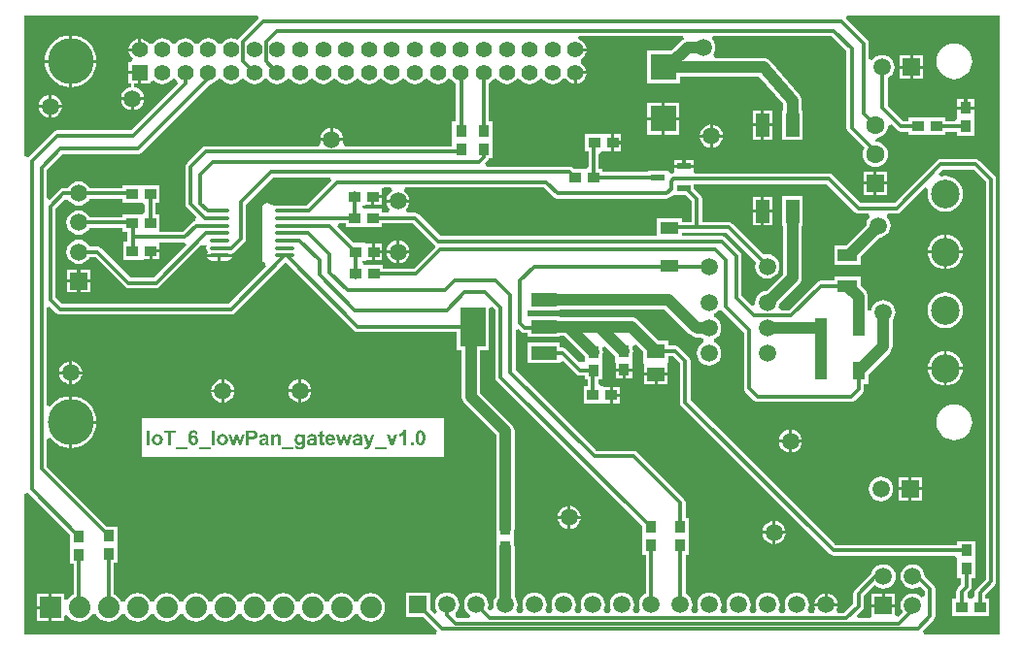
<source format=gtl>
%FSTAX24Y24*%
%MOMM*%
%SFA1B1*%

%IPPOS*%
%ADD10R,0.949998X0.999998*%
%ADD11R,2.299995X2.299995*%
%ADD12R,1.199998X1.999996*%
%ADD13R,1.099998X1.649997*%
%ADD14R,1.649997X1.099998*%
%ADD15R,1.599997X1.269997*%
%ADD16R,0.999998X0.949998*%
%ADD17O,1.699997X0.349999*%
%ADD18R,1.149998X0.599999*%
%ADD19R,1.699997X1.099998*%
%ADD20R,2.199996X3.499993*%
%ADD21R,2.199996X1.199998*%
%ADD22C,0.299999*%
%ADD23C,0.999998*%
%ADD24R,1.599997X1.599997*%
%ADD25C,1.599997*%
%ADD26R,1.519997X1.519997*%
%ADD27C,1.519997*%
%ADD28R,1.499997X1.499997*%
%ADD29C,1.499997*%
%ADD30C,3.999992*%
%ADD31C,2.499995*%
%ADD32R,1.499997X1.499997*%
%ADD33C,1.399997*%
%ADD34R,1.399997X1.399997*%
%ADD35R,1.879996X1.879996*%
%ADD36C,1.879996*%
%ADD37C,0.509999*%
%LNiot_6_lowpan_gateway_v01-1*%
%LPD*%
G36*
X218799Y554699D02*
X219299Y552799D01*
X202499Y535999*
X200999Y534599*
X198599Y535099*
X198099Y535199*
X195499Y535599*
X192899Y535199*
X1905Y534199*
X188399Y532599*
X187199Y531199*
X185899Y530899*
X185099*
X183799Y531199*
X182599Y532599*
X180499Y534199*
X178099Y535199*
X175499Y535599*
X172899Y535199*
X170499Y534199*
X168399Y532599*
X167199Y531199*
X165899Y530899*
X1651*
X163799Y531199*
X162599Y532599*
X160499Y534199*
X158099Y535199*
X155499Y535599*
X152899Y535199*
X150499Y534199*
X148399Y532599*
X147199Y531199*
X145899Y530899*
X145099*
X143799Y531199*
X142599Y532599*
X140499Y534199*
X138099Y535199*
X135499Y535599*
X132899Y535199*
X130499Y534199*
X128399Y532599*
X126899Y530699*
X125199Y530499*
X123599Y530699*
X122299Y532299*
X120299Y533799*
X117999Y534799*
X116799Y534999*
Y525499*
X115499*
Y524199*
X105999*
X106199Y522999*
X107199Y5207*
X108699Y518699*
X109599Y517999*
X108499Y514999*
X105999*
Y506799*
X115499*
Y505499*
X116799*
Y495999*
X124999*
Y497799*
X127999Y498799*
X128399Y498399*
X130499Y496799*
X132899Y495799*
X135499Y495399*
X138099Y495799*
X140499Y496799*
X142599Y498399*
X143799Y499799*
X145099Y500099*
X145899*
X147199Y499799*
X148399Y498399*
Y498299*
X148599Y4953*
X108299Y455099*
X043499*
X041699Y454699*
X040299Y453699*
X018299Y431699*
X015199Y432599*
Y555799*
X218099*
X218799Y554699*
G37*
G36*
X267199Y499799D02*
X268399Y498399D01*
X270499Y496799*
X272899Y495799*
X275499Y495399*
X278099Y495799*
X280499Y496799*
X282599Y498399*
X283799Y499799*
X285099Y500099*
X285899*
X287199Y499799*
X288399Y498399*
X290499Y496799*
X292899Y495799*
X295499Y495399*
X298099Y495799*
X300499Y496799*
X302599Y498399*
X303799Y499799*
X305099Y500099*
X305899*
X307199Y499799*
X308399Y498399*
X310499Y496799*
X312899Y495799*
X315499Y495399*
X318099Y495799*
X320499Y496799*
X322599Y498399*
X323799Y499799*
X325099Y500099*
X325899*
X327199Y499799*
X328399Y498399*
X330499Y496799*
X332899Y495799*
X335499Y495399*
X338099Y495799*
X340499Y496799*
X342599Y498399*
X343799Y499799*
X345099Y500099*
X345899*
X347199Y499799*
X348399Y498399*
X350499Y496799*
X352899Y495799*
X355499Y495399*
X358099Y495799*
X360499Y496799*
X362599Y498399*
X363799Y499799*
X365099Y500099*
X365899*
X367199Y499799*
X368399Y498399*
X370499Y496799*
X372899Y495799*
X375499Y495399*
X378099Y495799*
X380499Y496799*
X382599Y498399*
X383799Y499799*
X385099Y500099*
X385899*
X387199Y499799*
X388399Y498399*
X390499Y496799*
X391199Y496499*
Y462799*
X387999*
Y449699*
Y446799*
Y446699*
Y441299*
X294699*
X292699Y444299*
X292799Y444599*
X292999Y445999*
X272999*
X273199Y444599*
X273299Y444299*
X271299Y441299*
X173499*
X171699Y440999*
X170299Y439999*
X156999Y426699*
X155999Y425299*
X155699Y423499*
Y390799*
X155999Y388999*
X156999Y387499*
X165199Y379299*
X163899Y376399*
X162999Y376199*
X161499Y375199*
X152799Y366599*
X135899*
X132999Y366699*
Y369599*
Y382199*
X129599*
Y391999*
X132999*
Y407499*
X119999*
X116999*
X113999*
X100999*
Y404599*
X071999*
X071699Y405299*
X069999Y407499*
X067799Y409199*
X065199Y410299*
X062499Y410599*
X059799Y410299*
X057199Y409199*
X054999Y407499*
X053299Y405299*
X052999Y404599*
X049099*
X047299Y404299*
X045799Y403299*
X037399Y394799*
X034599Y395999*
Y420599*
X048699Y434699*
X114499*
X116299Y434999*
X117699Y435999*
X177399Y495699*
X178099Y495799*
X180499Y496799*
X182599Y498399*
X183799Y499799*
X185099Y500099*
X185899*
X187199Y499799*
X188399Y498399*
X1905Y496799*
X192899Y495799*
X195499Y495399*
X198099Y495799*
X200499Y496799*
X202599Y498399*
X203799Y499799*
X205099Y500099*
X205899*
X207199Y499799*
X208399Y498399*
X210499Y496799*
X212899Y495799*
X215499Y495399*
X218099Y495799*
X220499Y496799*
X222599Y498399*
X223799Y499799*
X225099Y500099*
X225899*
X227199Y499799*
X228399Y498399*
X230499Y496799*
X232899Y495799*
X235499Y495399*
X238099Y495799*
X240499Y496799*
X242599Y498399*
X243799Y499799*
X245099Y500099*
X245899*
X247199Y499799*
X248399Y498399*
X250499Y496799*
X252899Y495799*
X255499Y495399*
X258099Y495799*
X260499Y496799*
X262599Y498399*
X263799Y499799*
X265099Y500099*
X265899*
X267199Y499799*
G37*
G36*
X865499Y015199D02*
X799599D01*
X798899Y016099*
X798199Y018299*
X807699Y027799*
X808699Y029199*
X809099Y030999*
Y054699*
X808699Y056499*
X807699Y057999*
X799799Y065899*
X799499Y068599*
X798399Y071199*
X796699Y073399*
X794499Y075099*
X791999Y076099*
X789299Y076499*
X786499Y076099*
X783999Y075099*
X781799Y073399*
X780099Y071199*
X778999Y068599*
X778699Y065899*
X778999Y063199*
X780099Y060599*
X781799Y058399*
X783999Y056699*
X786499Y055699*
X789299Y055299*
X791999Y055699*
X794499Y056699*
X795399Y057399*
X799899Y052799*
Y048799*
X796899Y047799*
X796699Y047999*
X794499Y049699*
X791999Y050699*
X789299Y051099*
X786499Y050699*
X783999Y049699*
X781799Y047999*
X780099Y045799*
X778999Y043199*
X778699Y040499*
X778999Y037799*
X780099Y035199*
X780799Y034299*
X776899Y030499*
X773899Y031799*
Y032299*
Y039199*
X753799*
Y032299*
Y030499*
X751299Y029299*
X741699*
X740499Y032099*
X745199Y036799*
X746199Y038199*
X746599Y039999*
Y048799*
X756099Y058299*
X756299*
X758499Y056599*
X761099Y055599*
X763899Y055199*
X766599Y055599*
X769199Y056599*
X771399Y058299*
X773099Y060499*
X774199Y063099*
X774599Y065899*
X774199Y068699*
X773099Y071299*
X771399Y073499*
X769199Y075199*
X766599Y0762*
X763899Y076599*
X761099Y0762*
X758499Y075199*
X756299Y073499*
X754599Y071299*
X753599Y068799*
X738799Y053999*
X737799Y052499*
X737399Y050699*
Y041899*
X729599Y034099*
X724599*
X723999Y034699*
X722799Y037099*
X723499Y038599*
X723699Y039999*
X703699*
X703899Y038599*
X704599Y037099*
X703399Y034699*
X702799Y034099*
X699499*
X697899Y037099*
X6985Y038499*
X698899Y041199*
X6985Y043999*
X697499Y046499*
X695799Y048699*
X693599Y050399*
X690999Y051499*
X688299Y051799*
X685599Y051499*
X682999Y050399*
X680799Y048699*
X679099Y046499*
X678099Y043999*
X677699Y041199*
X678099Y038499*
X678699Y037099*
X677099Y034099*
X674099*
X672499Y037099*
X6731Y038499*
X673499Y041199*
X6731Y043999*
X672099Y046499*
X670399Y048699*
X668199Y050399*
X665599Y051499*
X662899Y051799*
X660199Y051499*
X657599Y050399*
X655399Y048699*
X653699Y046499*
X652699Y043999*
X652299Y041199*
X652699Y038499*
X653299Y037099*
X651699Y034099*
X648699*
X647099Y037099*
X6477Y038499*
X648099Y041199*
X6477Y043999*
X646699Y046499*
X644999Y048699*
X642799Y050399*
X640199Y051499*
X637499Y051799*
X634799Y051499*
X632199Y050399*
X629999Y048699*
X628299Y046499*
X627299Y043999*
X626899Y041199*
X627299Y038499*
X627899Y037099*
X626299Y034099*
X623299*
X621699Y037099*
X6223Y038499*
X622699Y041199*
X6223Y043999*
X621299Y046499*
X619599Y048699*
X617399Y050399*
X614799Y051499*
X612099Y051799*
X609399Y051499*
X606799Y050399*
X604599Y048699*
X602899Y046499*
X601899Y043999*
X601499Y041199*
X601899Y038499*
X602499Y037099*
X600899Y034099*
X597899*
X596299Y037099*
X5969Y038499*
X597299Y041199*
X5969Y043999*
X595899Y046499*
X594199Y048699*
X591999Y050399*
X591299Y050699*
Y084799*
X594499*
Y100699*
Y100799*
Y116799*
X591299*
Y129999*
X590999Y131799*
X589999Y133199*
X548999Y174199*
X547499Y175199*
X545799Y175599*
X513699*
X443099Y246199*
Y280699*
X446099Y281899*
X448299Y279799*
X449699Y278799*
X451499Y278399*
X453999*
Y274999*
X481999*
Y275899*
X485699*
X503499Y258099*
Y253799*
X502799Y252999*
X498899Y252799*
X487499Y264199*
X485999Y265199*
X484199Y265599*
X481999*
Y269999*
X453999*
Y251999*
X481999*
Y252499*
X484999Y253799*
X496299Y242499*
X497699Y241499*
X499499Y241199*
X503499*
Y237699*
X506199*
Y231999*
X502799*
Y216499*
X516399*
X518799*
X521599Y216999*
X525499*
Y224199*
Y231499*
X521599*
X518799Y231999*
X517499*
X515299Y234099*
Y237699*
X518999*
Y253799*
Y256699*
Y259599*
Y259699*
X519299Y261699*
X518999Y263799*
Y263899*
Y265699*
X521799Y266799*
X529999Y258599*
Y254199*
X530499Y251399*
Y247499*
X544999*
Y251399*
X545499Y254199*
Y256599*
Y260099*
Y260199*
X545799Y262299*
X545499Y264299*
Y264399*
Y266999*
X548499Y268199*
X554499Y262199*
Y254*
Y253299*
X554999Y250499*
Y243599*
X575999*
Y250499*
X576499Y253299*
Y254*
Y258099*
X580699*
X586399Y252299*
Y217999*
X586799Y216199*
X587799Y214799*
X716999Y085499*
X718499Y084499*
X720299Y084199*
X826199*
X828299Y081999*
Y080699*
Y077799*
Y064699*
X831499*
Y058999*
X828499Y055999*
X827499Y054499*
X827199Y052799*
Y046499*
X823799*
Y030999*
X836799*
X839699*
X842799*
X855699*
Y046499*
X852299*
Y049799*
X860699Y058299*
X861699Y059699*
X862099Y061499*
Y412199*
X861699Y413999*
X860699Y415499*
X847499Y428699*
X845999Y429699*
X844299Y430099*
X813799*
X811999Y429699*
X810499Y428699*
X773299Y391599*
X744199*
X719699Y415999*
X718299Y416999*
X716499Y417299*
X600899*
X598299Y418199*
Y420299*
Y422499*
X581699*
Y419999*
X581199Y418599*
X578799Y417699*
X576199Y419499*
Y420299*
X5588*
Y418799*
X519199*
Y421699*
X515799*
Y434599*
X517999Y436699*
X519699*
X522599Y437199*
X526499*
Y4445*
Y451799*
X522599*
X519699Y452199*
X517399*
X503799*
Y436699*
X506699*
Y423899*
X504499Y421699*
X503299*
Y421799*
X503199Y421699*
X493999*
X493699Y421999*
X492299Y422999*
X490499Y423299*
X417799*
X416599Y426299*
X418499Y428299*
X419499Y429699*
X419699Y430799*
X422999*
Y446699*
Y446799*
Y462799*
X419799*
Y496499*
X420499Y496799*
X422599Y498399*
X423799Y499799*
X425099Y500099*
X425899*
X427199Y499799*
X428399Y498399*
X430499Y496799*
X432899Y495799*
X435499Y495399*
X438099Y495799*
X440499Y496799*
X442599Y498399*
X443799Y499799*
X445099Y500099*
X445899*
X447199Y499799*
X448399Y498399*
X450499Y496799*
X452899Y495799*
X455499Y495399*
X458099Y495799*
X460499Y496799*
X462599Y498399*
X463799Y499799*
X465099Y500099*
X465899*
X467199Y499799*
X468399Y498399*
X470499Y496799*
X472899Y495799*
X475499Y495399*
X478099Y495799*
X480499Y496799*
X4826Y498399*
X484099Y500299*
X485799Y500499*
X487399Y500299*
X488699Y498699*
X490699Y497199*
X492999Y496199*
X494199Y495999*
Y505499*
X495499*
Y506799*
X504999*
X504799Y508*
X503799Y510299*
X502299Y512299*
X500299Y513799*
X500199Y513899*
Y517099*
X500299Y517199*
X502299Y518699*
X503799Y5207*
X504799Y522999*
X504999Y524199*
X495499*
Y526799*
X504999*
X504799Y527999*
X503799Y530299*
X502299Y532299*
X500299Y533799*
X497999Y534799*
X498599Y537699*
X589399*
X589999Y534699*
X588999Y534199*
X587299Y532999*
X579099Y524699*
X557499*
Y495799*
X586499*
Y502199*
X655599*
X676399Y477999*
Y472799*
X675399*
Y446799*
X693399*
Y472799*
X692599*
Y480999*
X692499Y481799*
X692399Y482499*
X692299Y482799*
Y483099*
X691999Y483799*
X691799Y484499*
X691599Y484799*
X691499Y484999*
X690999Y485599*
X690599Y486299*
X665399Y515499*
X665099Y515699*
X664999Y515999*
X664399Y516399*
X663799Y516899*
X663499Y517099*
X663299Y517199*
X662599Y517499*
X661899Y517899*
X661599*
X661299Y517999*
X660599Y518099*
X659799Y518299*
X659499*
X659299*
X616899*
X615399Y521299*
X615899Y521999*
X616999Y524499*
X617299Y527199*
X616999Y529999*
X615899Y532499*
X614299Y534699*
Y534999*
X615399Y537699*
X718799*
X731699Y524799*
Y4572*
X731999Y455499*
X732999Y453999*
X747099Y439899*
X745999Y437199*
X745699Y434399*
X745999Y431499*
X747099Y428799*
X748899Y426499*
X751199Y424699*
X753899Y423599*
X756799Y423299*
X759599Y423599*
X762299Y424699*
X764599Y426499*
X766399Y428799*
X767499Y431499*
X767799Y434399*
X767499Y437199*
X766399Y439899*
X764599Y442199*
X762299Y443999*
X759599Y445099*
X757099Y445399*
X756699Y445799*
Y446299*
Y446399*
X758199Y448899*
X759599Y448999*
X762299Y450099*
X764599Y451899*
X766399Y454199*
X767499Y456899*
X767699Y458999*
X769599Y459999*
X770799Y460199*
X775499Y455499*
X776999Y454499*
X778799Y454199*
X785699*
Y450999*
X798799*
X801799*
X804699*
X817799*
Y454199*
X827799*
Y450799*
X843199*
Y464399*
X843299Y466699*
X842799Y469599*
Y473499*
X828199*
Y469599*
X827799Y466699*
Y465499*
X825599Y463299*
X817799*
Y466499*
X804699*
X801799*
X798799*
X785699*
Y463299*
X780699*
X767399Y476599*
Y500699*
X768199Y500999*
X770399Y502699*
X772099Y504899*
X773099Y507499*
X773499Y510299*
X773099Y512999*
X772099Y515599*
X770399Y517799*
X768199Y519499*
X765599Y520599*
X762799Y520999*
X759999Y520599*
X757399Y519499*
X755199Y517799*
X754099Y516299*
X751099Y517199*
Y530999*
X750699Y532799*
X749699Y534199*
X731199Y552799*
X731699Y554699*
X732399Y555799*
X865499*
Y015199*
G37*
G36*
X476299Y396999D02*
X477699Y395999D01*
X479499Y395699*
X574999*
X576799Y395999*
X578199Y396999*
X578699Y397499*
X581199Y398799*
X581299*
X591499*
X596699Y393599*
Y375099*
X588499*
Y378799*
X565999*
Y362799*
X378199*
X358999Y381999*
X357499Y382999*
X355799Y383299*
X348899*
X347899Y386299*
X349499Y388399*
X350499Y390899*
X350699Y392199*
X330799*
X330999Y390899*
X331999Y388399*
X333599Y386299*
X332599Y383299*
X326999*
Y386499*
X313999*
X310999*
X309699Y389499*
X310999*
X313799Y389999*
X317699*
Y397199*
X318999*
Y398499*
X326499*
Y402199*
Y404499*
X329299Y405199*
X334399*
X335599Y402499*
X335499Y402199*
X333599Y400699*
X331999Y398599*
X330999Y396099*
X330799Y394799*
X350699*
X350499Y396099*
X349499Y398599*
X347899Y400699*
X345999Y402199*
X345899Y402499*
X347099Y405199*
X468099*
X476299Y396999*
G37*
G36*
X852899Y410299D02*
Y063399D01*
X844499Y054999*
X843499Y053499*
X843199Y051799*
Y048599*
X840999Y046499*
X838499*
X836899Y048099*
Y051399*
X839299Y053899*
X840299Y055299*
X840699Y057099*
Y064699*
X843899*
Y077799*
Y080699*
Y083799*
Y096799*
X828299*
Y093299*
X722199*
X595599Y219899*
Y254199*
X595199Y255999*
X594199Y257499*
X585799Y265899*
X584299Y266899*
X582599Y267199*
X576499*
Y271999*
X567599*
X549899Y289699*
X548199Y290999*
X546199Y291799*
X544199Y2921*
X481999*
Y292999*
X453999*
X453399Y293599*
Y297399*
X453999Y297999*
X454799*
X481999*
Y298899*
X573399*
X594399Y277899*
X596099Y276599*
X597499Y275999*
X598199Y275499*
X600199Y274699*
X602199Y274399*
X604999*
X606399Y273299*
X606899Y273099*
Y269899*
X606399Y269699*
X604199Y267999*
X602499Y265799*
X601499Y263199*
X601099Y260499*
X601499Y257799*
X602499Y255199*
X604199Y252999*
X606399Y251299*
X608999Y250299*
X611699Y249899*
X614399Y250299*
X616999Y251299*
X619199Y252999*
X620899Y255199*
X621899Y257799*
X6223Y260499*
X621899Y263199*
X620899Y265799*
X619199Y267999*
X616999Y269699*
X616499Y269899*
Y273099*
X616999Y273299*
X619199Y274999*
X620899Y277199*
X621899Y279799*
X6223Y282499*
X621899Y285199*
X620899Y287799*
X619199Y289999*
X616999Y291699*
X616499Y291899*
Y295099*
X616999Y295299*
X619199Y296999*
X619699Y297599*
X621899Y297899*
X623299Y297699*
X642199Y278799*
Y230499*
X642499Y228699*
X643499Y227299*
X651299Y219499*
X652699Y218499*
X654499Y218199*
X735499*
X737299Y218499*
X738699Y219499*
X745499Y226299*
X746499Y227699*
X746799Y229499*
Y233999*
X750699*
Y242299*
X769499Y260999*
X770699Y262699*
X771499Y264699*
X771799Y2667*
Y289799*
X772899Y291199*
X773999Y293799*
X774299Y296499*
X773999Y299199*
X772899Y301799*
X771199Y303999*
X768999Y305699*
X766499Y306699*
X763799Y307099*
X760999Y306699*
X758499Y305699*
X756299Y303999*
X754599Y301799*
X753499Y299199*
X753299Y297699*
X750299Y297899*
Y309799*
X749999Y311799*
X749199Y313799*
X747999Y315499*
X743999Y319399*
Y327999*
X720999*
Y324099*
X708999*
X707199Y323699*
X705799Y322699*
X681099Y298099*
X674499*
X672499Y301099*
X672699Y301799*
X672999Y303599*
X690099Y320699*
X691399Y322399*
X692199Y324299*
X692499Y326399*
Y371699*
X693399*
Y397699*
X675399*
Y371699*
X676299*
Y329699*
X661599Y314999*
X659799Y314699*
X657199Y313699*
X654999Y311999*
X653299Y309799*
X652299Y307199*
X651899Y304499*
X652099Y303399*
X649199Y301999*
X640099Y311199*
Y345499*
X639699Y347299*
X638699Y348699*
X625999Y361499*
X624499Y362499*
X622799Y362799*
X588499*
Y365899*
X627299*
X652799Y340499*
X652299Y339199*
X651899Y336499*
X652299Y333799*
X653299Y331199*
X654999Y328999*
X657199Y327299*
X659799Y326299*
X662499Y325899*
X665199Y326299*
X667799Y327299*
X669999Y328999*
X671699Y331199*
X672699Y333799*
X6731Y336499*
X672699Y339199*
X671699Y341799*
X669999Y343999*
X667799Y345699*
X665199Y346699*
X662499Y347099*
X659799Y346699*
X659599*
X632499Y373699*
X630999Y374699*
X629199Y375099*
X605799*
Y395499*
X605499Y397299*
X604499Y398699*
X598799Y404499*
Y408199*
X714599*
X738999Y383799*
X740499Y382799*
X742199Y382399*
X750899*
X751899Y379799*
X751999Y379399*
X750299Y377299*
X7493Y374699*
X748999Y372899*
X731099Y354999*
X720999*
Y337999*
X743999*
Y345099*
X760399Y361499*
X762199Y361799*
X764799Y362799*
X766999Y364499*
X768699Y366699*
X769699Y369299*
X770099Y371999*
X769699Y374699*
X768699Y377299*
X766999Y379399*
X767099Y379799*
X768099Y382399*
X775299*
X776999Y382799*
X778499Y383799*
X8001Y405399*
X802799Y403799*
X802499Y402799*
X802199Y399799*
X802499Y396799*
X803399Y393799*
X804799Y391099*
X806699Y388799*
X809099Y386799*
X811799Y385399*
X814699Y384499*
X817799Y384199*
X820799Y384499*
X823699Y385399*
X826399Y386799*
X828799Y388799*
X830699Y391099*
X832099Y393799*
X832999Y396799*
X833299Y399799*
X832999Y402799*
X832099Y405799*
X830699Y408499*
X828799Y410799*
X826399Y412799*
X823699Y414199*
X820799Y415099*
X817799Y415399*
X814699Y415099*
X813799Y414799*
X812199Y417399*
X815699Y420899*
X842299*
X852899Y410299*
G37*
G36*
X282699Y411199D02*
X261099Y389599D01*
X250299*
X248999Y389799*
X235499*
X233599Y389499*
X229999Y390199*
X228499Y391199*
X226699Y391599*
X224999Y391199*
X223499Y390199*
X222499Y388799*
X222199Y386999*
Y343299*
X222499Y341499*
X223499Y339999*
X224699Y339199*
X225099Y338599*
X225599Y335799*
X193299Y303599*
X048199*
X042299Y309399*
Y386799*
X050299Y394799*
X051499*
X053499Y394499*
X054999Y392599*
X057199Y390899*
X059799Y389799*
X062499Y389499*
X065199Y389799*
X067799Y390899*
X069999Y392599*
X071699Y394799*
X071999Y395499*
X100999*
Y391999*
X113999*
X118299*
X120399Y389899*
Y384399*
X118299Y382199*
X116999*
X113999*
X100999*
Y379199*
X071999*
X071699Y379899*
X069999Y382099*
X067799Y383799*
X065199Y384899*
X062499Y385199*
X059799Y384899*
X057199Y383799*
X054999Y382099*
X053299Y379899*
X052299Y377399*
X051899Y374699*
X052299Y371899*
X053299Y369399*
X054999Y367199*
X057199Y365499*
X059799Y364399*
X062499Y364099*
X065199Y364399*
X067799Y365499*
X069999Y367199*
X071699Y369399*
X071999Y370099*
X100999*
Y366699*
X105199*
Y357799*
X101499*
Y342199*
X115199*
X117499*
X120299Y342699*
X124199*
Y349999*
X125499*
Y351299*
X132999*
Y357299*
X135999Y357399*
X154699*
X154799Y357299*
X156099Y354599*
X128099Y326599*
X107899*
X081999Y352499*
X080499Y353499*
X078799Y353799*
X071999*
X071699Y354499*
X069999Y356699*
X067799Y358399*
X065199Y359499*
X062499Y359799*
X059799Y359499*
X057199Y358399*
X054999Y356699*
X053299Y354499*
X052299Y351999*
X051899Y349199*
X052299Y346499*
X053299Y343999*
X054999Y341799*
X057199Y340099*
X059799Y338999*
X062499Y338699*
X065199Y338999*
X067799Y340099*
X069999Y341799*
X071699Y343999*
X071999Y344699*
X076799*
X102799Y318799*
X104199Y317799*
X105999Y317399*
X129999*
X131799Y317799*
X133199Y318799*
X169599Y355099*
X173399Y354999*
X173999Y354399*
X173699Y352499*
X173999Y350599*
X175099Y349099*
Y348699*
X174499Y347699*
X174399Y347299*
X196099*
X195999Y347699*
X196199Y347999*
X197499Y348299*
X198999Y349299*
X206999Y357299*
X207999Y358699*
X208299Y360499*
Y390599*
X231899Y414199*
X281399*
X282699Y411199*
G37*
G36*
X372999Y354999D02*
X373199Y353399D01*
X354299Y334599*
X327799*
Y337799*
X311699*
X310999*
X309699Y340799*
X310499Y341499*
X311499*
X314299Y341999*
X318199*
Y349199*
Y356499*
X314299*
X311499Y356999*
X309199*
X302199*
X288099Y371099*
X289199Y373899*
X294999*
Y370999*
X310999*
X326999*
Y374199*
X353799*
X372999Y354999*
G37*
G36*
X302499Y280799D02*
X303999Y279799D01*
X305799Y2794*
X391999*
Y263499*
X396399*
Y222499*
X396699Y220399*
X397499Y218499*
X398799Y216799*
X426199Y189399*
Y107699*
X426499Y105699*
Y105599*
Y102699*
Y099799*
Y099699*
Y093899*
Y093799*
X426199Y091799*
Y047899*
X425099Y046499*
X424099Y043999*
X423699Y041199*
X424099Y038499*
X421799Y036099*
X420999Y035999*
X418999Y038199*
X4191Y038499*
X419499Y041199*
X4191Y043999*
X418099Y046499*
X416399Y048699*
X414199Y050399*
X411599Y051499*
X408899Y051799*
X406199Y051499*
X403599Y050399*
X401399Y048699*
X399699Y046499*
X398699Y043999*
X398299Y041199*
X398699Y038499*
X399699Y035999*
X401399Y033799*
X403299Y032299*
Y031399*
X402499Y029299*
X392999*
X390899Y031499*
X390999Y033799*
X392699Y035999*
X3937Y038499*
X394099Y041199*
X3937Y043999*
X392699Y046499*
X390999Y048699*
X388799Y050399*
X386199Y051499*
X383499Y051799*
X380799Y051499*
X378199Y050399*
X375999Y048699*
X374299Y046499*
X373299Y043999*
X372899Y041199*
X373299Y038499*
X374299Y035999*
X374999Y035099*
X372699Y033099*
X368599Y037199*
Y051799*
X347599*
Y030799*
X362099*
X374599Y018299*
X373999Y016099*
X373199Y015199*
X015199*
Y138099*
X018299Y138999*
X054999Y102299*
Y092999*
Y089999*
Y076999*
X058199*
Y050099*
X056799Y049599*
X054199Y047599*
X052599Y045499*
X050699Y045699*
X049599Y046299*
Y050699*
X038899*
Y038799*
Y026799*
X049599*
Y031199*
X050699Y031799*
X052599Y031999*
X054199Y029899*
X056799Y027899*
X059799Y026699*
X062999Y026199*
X066299Y026699*
X069299Y027899*
X071899Y029899*
X073899Y032499*
X074099Y033099*
X077399*
X077599Y032499*
X079599Y029899*
X082199Y027899*
X085199Y026699*
X088499Y026199*
X091699Y026699*
X094699Y027899*
X097299Y029899*
X099299Y032499*
X099499Y033099*
X102799*
X102999Y032499*
X104999Y029899*
X107599Y027899*
X110599Y026699*
X113899Y026199*
X117099Y026699*
X120099Y027899*
X122699Y029899*
X124699Y032499*
X124899Y033099*
X128199*
X128399Y032499*
X130399Y029899*
X132999Y027899*
X135999Y026699*
X139299Y026199*
X142499Y026699*
X145499Y027899*
X148099Y029899*
X150099Y032499*
X150299Y033099*
X153599*
X153799Y032499*
X155799Y029899*
X158399Y027899*
X161399Y026699*
X164699Y026199*
X167899Y026699*
X170899Y027899*
X173499Y029899*
X175499Y032499*
X175699Y033099*
X178999*
X179199Y032499*
X181199Y029899*
X183799Y027899*
X186799Y026699*
X189999Y026199*
X193299Y026699*
X196299Y027899*
X198899Y029899*
X200899Y032499*
X201099Y033099*
X204399*
X204599Y032499*
X206599Y029899*
X209199Y027899*
X212199Y026699*
X215499Y026199*
X218699Y026699*
X221699Y027899*
X224299Y029899*
X226299Y032499*
X226499Y033099*
X229799*
X229999Y032499*
X231999Y029899*
X234599Y027899*
X237599Y026699*
X240799Y026199*
X244099Y026699*
X247099Y027899*
X249699Y029899*
X251699Y032499*
X251899Y033099*
X255199*
X255399Y032499*
X257399Y029899*
X259999Y027899*
X262999Y026699*
X266199Y026199*
X269499Y026699*
X272499Y027899*
X275099Y029899*
X277099Y032499*
X277299Y033099*
X280599*
X280799Y032499*
X282799Y029899*
X285399Y027899*
X288399Y026699*
X291699Y026199*
X294899Y026699*
X297899Y027899*
X300499Y029899*
X302499Y032499*
X302699Y033099*
X305999*
X306199Y032499*
X308199Y029899*
X310799Y027899*
X313799Y026699*
X316999Y026199*
X320299Y026699*
X323299Y027899*
X325899Y029899*
X327899Y032499*
X329099Y035499*
X329599Y038799*
X329099Y041999*
X327899Y044999*
X325899Y047599*
X323299Y049599*
X320299Y0508*
X316999Y051299*
X313799Y0508*
X310799Y049599*
X308199Y047599*
X306199Y044999*
X305999Y044399*
X302699*
X302499Y044999*
X300499Y047599*
X297899Y049599*
X294899Y0508*
X291699Y051299*
X288399Y0508*
X285399Y049599*
X282799Y047599*
X280799Y044999*
X280599Y044399*
X277299*
X277099Y044999*
X275099Y047599*
X272499Y049599*
X269499Y0508*
X266199Y051299*
X262999Y0508*
X259999Y049599*
X257399Y047599*
X255399Y044999*
X255199Y044399*
X251899*
X251699Y044999*
X249699Y047599*
X247099Y049599*
X244099Y0508*
X240799Y051299*
X237599Y0508*
X234599Y049599*
X231999Y047599*
X229999Y044999*
X229799Y044399*
X226499*
X226299Y044999*
X224299Y047599*
X221699Y049599*
X218699Y0508*
X215499Y051299*
X212199Y0508*
X209199Y049599*
X206599Y047599*
X204599Y044999*
X204399Y044399*
X201099*
X200899Y044999*
X198899Y047599*
X196299Y049599*
X193299Y0508*
X189999Y051299*
X186799Y0508*
X183799Y049599*
X181199Y047599*
X179199Y044999*
X178999Y044399*
X175699*
X175499Y044999*
X173499Y047599*
X170899Y049599*
X167899Y0508*
X164699Y051299*
X161399Y0508*
X158399Y049599*
X155799Y047599*
X153799Y044999*
X153599Y044399*
X150299*
X150099Y044999*
X148099Y047599*
X145499Y049599*
X142499Y0508*
X139299Y051299*
X135999Y0508*
X132999Y049599*
X130399Y047599*
X128399Y044999*
X128199Y044399*
X124899*
X124699Y044999*
X122699Y047599*
X120099Y049599*
X117099Y0508*
X113899Y051299*
X110599Y0508*
X107599Y049599*
X104999Y047599*
X102999Y044999*
X102799Y044399*
X099499*
X099299Y044999*
X097299Y047599*
X094699Y049599*
X093099Y050199*
Y077499*
X096199*
Y090499*
Y093499*
Y096499*
Y109499*
X086999*
X034599Y161899*
Y185699*
X037599Y186799*
X039499Y184499*
X042899Y181699*
X046799Y179599*
X051099Y178299*
X054199Y177999*
Y200499*
Y222999*
X051099Y222699*
X046799Y221399*
X042899Y219299*
X039499Y216499*
X037599Y214199*
X034599Y215299*
Y300299*
X037399Y301399*
X042999Y295799*
X044499Y294799*
X046199Y294399*
X195199*
X196999Y294799*
X198499Y295799*
X242999Y340299*
X302499Y280799*
G37*
G36*
X425399Y298599D02*
Y239999D01*
X425799Y238199*
X426799Y236799*
X553499Y109999*
Y100799*
Y100699*
Y084799*
X556699*
Y050699*
X555999Y050399*
X553799Y048699*
X552099Y046499*
X551099Y043999*
X550699Y041199*
X551099Y038499*
X551699Y037099*
X550099Y034099*
X547099*
X545499Y037099*
X5461Y038499*
X546499Y041199*
X5461Y043999*
X545099Y046499*
X543399Y048699*
X541199Y050399*
X538599Y051499*
X535899Y051799*
X533199Y051499*
X530599Y050399*
X528399Y048699*
X526699Y046499*
X525699Y043999*
X525299Y041199*
X525699Y038499*
X526299Y037099*
X524699Y034099*
X521699*
X520099Y037099*
X5207Y038499*
X521099Y041199*
X5207Y043999*
X519699Y046499*
X517999Y048699*
X515799Y050399*
X513199Y051499*
X510499Y051799*
X507799Y051499*
X505199Y050399*
X502999Y048699*
X501299Y046499*
X500299Y043999*
X499899Y041199*
X500299Y038499*
X500899Y037099*
X499299Y034099*
X496299*
X494699Y037099*
X4953Y038499*
X495699Y041199*
X4953Y043999*
X494299Y046499*
X492599Y048699*
X490399Y050399*
X487799Y051499*
X485099Y051799*
X482399Y051499*
X479799Y050399*
X477599Y048699*
X475899Y046499*
X474899Y043999*
X474499Y041199*
X474899Y038499*
X475499Y037099*
X473899Y034099*
X470899*
X469299Y037099*
X4699Y038499*
X470299Y041199*
X4699Y043999*
X468899Y046499*
X467199Y048699*
X464999Y050399*
X462399Y051499*
X459699Y051799*
X456999Y051499*
X454399Y050399*
X452199Y048699*
X450499Y046499*
X449499Y043999*
X449099Y041199*
X449499Y038499*
X450099Y037099*
X448499Y034099*
X445499*
X443899Y037099*
X4445Y038499*
X444899Y041199*
X4445Y043999*
X443499Y046499*
X442299Y047999*
Y091799*
X441999Y093799*
Y093899*
Y096799*
Y099699*
Y099799*
Y105599*
Y105699*
X442299Y107699*
Y192699*
X441999Y194799*
X441199Y196799*
X439999Y198499*
X412599Y225799*
Y263499*
X419999*
Y300099*
X422799Y301199*
X425399Y298599*
G37*
%LNiot_6_lowpan_gateway_v01-2*%
%LPC*%
G36*
X114199Y534999D02*
X112999Y534799D01*
X110699Y533799*
X108699Y532299*
X107199Y530299*
X106199Y527999*
X105999Y526799*
X114199*
Y534999*
G37*
G36*
X056799Y537999D02*
Y516799D01*
X077999*
X077699Y519899*
X076399Y524199*
X074299Y528099*
X071499Y531499*
X068099Y534299*
X064199Y536399*
X059899Y537699*
X056799Y537999*
G37*
G36*
X054199D02*
X051099Y537699D01*
X046799Y536399*
X042899Y534299*
X039499Y531499*
X036699Y528099*
X034599Y524199*
X033299Y519899*
X032999Y516799*
X054199*
Y537999*
G37*
G36*
X077999Y514199D02*
X056799D01*
Y492999*
X059899Y493299*
X064199Y494599*
X068099Y496699*
X071499Y499499*
X074299Y502899*
X076399Y506799*
X077699Y511099*
X077999Y514199*
G37*
G36*
X054199D02*
X032999D01*
X033299Y511099*
X034599Y506799*
X036699Y502899*
X039499Y499499*
X042899Y496699*
X046799Y494599*
X051099Y493299*
X054199Y492999*
Y514199*
G37*
G36*
X114199Y504199D02*
X105999D01*
Y495999*
X107999*
X108199Y492999*
X107899Y492899*
X106899Y492799*
X104399Y491799*
X102299Y490199*
X100699Y488099*
X099699Y485599*
X099499Y484299*
X119499*
X119299Y485599*
X118299Y488099*
X116699Y490199*
X114599Y491799*
X112099Y492799*
X111099Y492899*
X110799Y492999*
X110999Y495999*
X114199*
Y504199*
G37*
G36*
X038999Y486199D02*
Y477499D01*
X047699*
X047499Y478899*
X046499Y481299*
X044899Y483399*
X042799Y484999*
X040399Y485999*
X038999Y486199*
G37*
G36*
X036499D02*
X035099Y485999D01*
X032699Y484999*
X030599Y483399*
X028999Y481299*
X027999Y478899*
X027799Y477499*
X036499*
Y486199*
G37*
G36*
X119499Y481699D02*
X110799D01*
Y472999*
X112099Y473199*
X114599Y474199*
X116699Y475799*
X118299Y477899*
X119299Y480399*
X119499Y481699*
G37*
G36*
X108199D02*
X099499D01*
X099699Y480399*
X100699Y477899*
X102299Y475799*
X104399Y474199*
X106899Y473199*
X108199Y472999*
Y481699*
G37*
G36*
X047699Y474999D02*
X038999D01*
Y466299*
X040399Y466499*
X042799Y467499*
X044899Y469099*
X046499Y471199*
X047499Y473599*
X047699Y474999*
G37*
G36*
X036499D02*
X027799D01*
X027999Y473599*
X028999Y471199*
X030599Y469099*
X032699Y467499*
X035099Y466499*
X036499Y466299*
Y474999*
G37*
G36*
X284299Y4572D02*
Y448499D01*
X292999*
X292799Y449899*
X291799Y452299*
X290199Y454399*
X288099Y455999*
X285599Y456999*
X284299Y4572*
G37*
G36*
X281699D02*
X280399Y456999D01*
X277899Y455999*
X275799Y454399*
X274199Y452299*
X273199Y449899*
X272999Y448499*
X281699*
Y4572*
G37*
G36*
X798399Y520399D02*
X789499D01*
Y511499*
X798399*
Y520399*
G37*
G36*
X786899D02*
X777999D01*
Y511499*
X786899*
Y520399*
G37*
G36*
X798399Y508999D02*
X789499D01*
Y500099*
X798399*
Y508999*
G37*
G36*
X786899D02*
X777999D01*
Y500099*
X786899*
Y508999*
G37*
G36*
X8255Y531099D02*
X822499Y530799D01*
X819499Y529899*
X816799Y528499*
X814499Y526499*
X812499Y524199*
X811099Y521499*
X810199Y518499*
X809899Y515499*
X810199Y512499*
X811099Y509499*
X812499Y506799*
X814499Y504499*
X816799Y502499*
X819499Y501099*
X822499Y500199*
X8255Y499899*
X828499Y500199*
X831499Y501099*
X834199Y502499*
X836499Y504499*
X838499Y506799*
X839899Y509499*
X840799Y512499*
X841099Y515499*
X840799Y518499*
X839899Y521499*
X838499Y524199*
X836499Y526499*
X834199Y528499*
X831499Y529899*
X828499Y530799*
X8255Y531099*
G37*
G36*
X504999Y504199D02*
X496799D01*
Y495999*
X497999Y496199*
X500299Y497199*
X502299Y498699*
X503799Y500699*
X504799Y502999*
X504999Y504199*
G37*
G36*
X842799Y482299D02*
X836799D01*
Y475999*
X842799*
Y482299*
G37*
G36*
X834199D02*
X828199D01*
Y475999*
X834199*
Y482299*
G37*
G36*
X585999Y479299D02*
X573299D01*
Y466499*
X585999*
Y479299*
G37*
G36*
X570699D02*
X557999D01*
Y466499*
X570699*
Y479299*
G37*
G36*
X666799Y472299D02*
X659599D01*
Y460999*
X666799*
Y472299*
G37*
G36*
X656999D02*
X649799D01*
Y460999*
X656999*
Y472299*
G37*
G36*
X614999Y460199D02*
Y451499D01*
X623699*
X623499Y452899*
X622499Y455299*
X620899Y457399*
X618799Y458999*
X616399Y459999*
X614999Y460199*
G37*
G36*
X612499D02*
X611099Y459999D01*
X608699Y458999*
X606599Y457399*
X604999Y455299*
X603999Y452899*
X603799Y451499*
X612499*
Y460199*
G37*
G36*
X585999Y463999D02*
X573299D01*
Y451199*
X585999*
Y463999*
G37*
G36*
X570699D02*
X557999D01*
Y451199*
X570699*
Y463999*
G37*
G36*
X666799Y458499D02*
X659599D01*
Y447199*
X666799*
Y458499*
G37*
G36*
X656999D02*
X649799D01*
Y447199*
X656999*
Y458499*
G37*
G36*
X528999Y451799D02*
Y445799D01*
X535299*
Y451799*
X528999*
G37*
G36*
X623699Y448999D02*
X614999D01*
Y440299*
X616399Y440499*
X618799Y441499*
X620899Y443099*
X622499Y445199*
X623499Y447599*
X623699Y448999*
G37*
G36*
X612499D02*
X603799D01*
X603999Y447599*
X604999Y445199*
X606599Y443099*
X608699Y441499*
X611099Y440499*
X612499Y440299*
Y448999*
G37*
G36*
X535299Y443199D02*
X528999D01*
Y437199*
X535299*
Y443199*
G37*
G36*
X598299Y429299D02*
X591299D01*
Y424999*
X598299*
Y429299*
G37*
G36*
X588699D02*
X581699D01*
Y424999*
X588699*
Y429299*
G37*
G36*
X767299Y419499D02*
X757999D01*
Y410199*
X767299*
Y419499*
G37*
G36*
X755499D02*
X746199D01*
Y410199*
X755499*
Y419499*
G37*
G36*
X767299Y407699D02*
X757999D01*
Y398399*
X767299*
Y407699*
G37*
G36*
X755499D02*
X746199D01*
Y398399*
X755499*
Y407699*
G37*
G36*
X544999Y244999D02*
X538999D01*
Y238699*
X544999*
Y244999*
G37*
G36*
X536499D02*
X530499D01*
Y238699*
X536499*
Y244999*
G37*
G36*
X575999Y241099D02*
X566799D01*
Y233399*
X575999*
Y241099*
G37*
G36*
X564199D02*
X554999D01*
Y233399*
X564199*
Y241099*
G37*
G36*
X527999Y231499D02*
Y225499D01*
X534299*
Y231499*
X527999*
G37*
G36*
X534299Y222999D02*
X527999D01*
Y216999*
X534299*
Y222999*
G37*
G36*
X669799Y114199D02*
Y105499D01*
X678499*
X678299Y106899*
X677299Y109299*
X675699Y111399*
X673599Y112999*
X671099Y113999*
X669799Y114199*
G37*
G36*
X667199D02*
X665899Y113999D01*
X663399Y112999*
X661299Y111399*
X659699Y109299*
X658699Y106899*
X658499Y105499*
X667199*
Y114199*
G37*
G36*
X678499Y102999D02*
X669799D01*
Y094299*
X671099Y094499*
X673599Y095499*
X675699Y097099*
X677299Y099199*
X678299Y1016*
X678499Y102999*
G37*
G36*
X667199D02*
X658499D01*
X658699Y1016*
X659699Y099199*
X661299Y097099*
X663399Y095499*
X665899Y094499*
X667199Y094299*
Y102999*
G37*
G36*
X714999Y051199D02*
Y042499D01*
X723699*
X723499Y043899*
X722499Y046299*
X720899Y048399*
X718799Y049999*
X716299Y050999*
X714999Y051199*
G37*
G36*
X712399D02*
X711099Y050999D01*
X708599Y049999*
X706499Y048399*
X704899Y046299*
X703899Y043899*
X703699Y042499*
X712399*
Y051199*
G37*
G36*
X773899Y050499D02*
X765099D01*
Y041799*
X773899*
Y050499*
G37*
G36*
X762599D02*
X753799D01*
Y041799*
X762599*
Y050499*
G37*
G36*
X326499Y395999D02*
X320299D01*
Y389999*
X326499*
Y395999*
G37*
G36*
X666799Y397299D02*
X659599D01*
Y385999*
X666799*
Y397299*
G37*
G36*
X656999D02*
X649799D01*
Y385999*
X656999*
Y397299*
G37*
G36*
X666799Y383499D02*
X659599D01*
Y372199*
X666799*
Y383499*
G37*
G36*
X656999D02*
X649799D01*
Y372199*
X656999*
Y383499*
G37*
G36*
X818999Y363999D02*
Y350299D01*
X832699*
X832599Y351899*
X831699Y354799*
X830299Y357399*
X828399Y359699*
X826099Y361599*
X823499Y362999*
X820699Y363799*
X818999Y363999*
G37*
G36*
X816499D02*
X814799Y363799D01*
X811999Y362999*
X809399Y361599*
X807099Y359699*
X805199Y357399*
X803799Y354799*
X802899Y351899*
X802799Y350299*
X816499*
Y363999*
G37*
G36*
X832699Y347699D02*
X818999D01*
Y333999*
X820699Y334199*
X823499Y334999*
X826099Y336399*
X828399Y338299*
X830299Y340599*
X831699Y343199*
X832599Y346099*
X832699Y347699*
G37*
G36*
X816499D02*
X802799D01*
X802899Y346099*
X803799Y343199*
X805199Y340599*
X807099Y338299*
X809399Y336399*
X811999Y334999*
X814799Y334199*
X816499Y333999*
Y347699*
G37*
G36*
X817799Y313799D02*
X814699Y313499D01*
X811799Y312599*
X809099Y311199*
X806699Y309299*
X804799Y306899*
X803399Y304199*
X802499Y301299*
X802199Y298299*
X802499Y295199*
X803399Y292299*
X804799Y289599*
X806699Y287199*
X809099Y285299*
X811799Y283899*
X814699Y282999*
X817799Y282699*
X820799Y282999*
X823699Y283899*
X826399Y285299*
X828799Y287199*
X830699Y289599*
X832099Y292299*
X832999Y295199*
X833299Y298299*
X832999Y301299*
X832099Y304199*
X830699Y306899*
X828799Y309299*
X826399Y311199*
X823699Y312599*
X820799Y313499*
X817799Y313799*
G37*
G36*
X818999Y262399D02*
Y248699D01*
X832699*
X832599Y250399*
X831699Y253199*
X830299Y255799*
X828399Y258099*
X826099Y259999*
X823499Y261399*
X820699Y262299*
X818999Y262399*
G37*
G36*
X816499D02*
X814799Y262299D01*
X811999Y261399*
X809399Y259999*
X807099Y258099*
X805199Y255799*
X803799Y253199*
X802899Y250399*
X802799Y248699*
X816499*
Y262399*
G37*
G36*
X832699Y246199D02*
X818999D01*
Y232499*
X820699Y232599*
X823499Y233499*
X826099Y234899*
X828399Y236799*
X830299Y239099*
X831699Y241699*
X832599Y244499*
X832699Y246199*
G37*
G36*
X816499D02*
X802799D01*
X802899Y244499*
X803799Y241699*
X805199Y239099*
X807099Y236799*
X809399Y234899*
X811999Y233499*
X814799Y232599*
X816499Y232499*
Y246199*
G37*
G36*
X683999Y193999D02*
Y185299D01*
X692699*
X692499Y186599*
X691499Y189099*
X689899Y191199*
X687799Y192799*
X685399Y193799*
X683999Y193999*
G37*
G36*
X681499D02*
X680099Y193799D01*
X677699Y192799*
X675599Y191199*
X673999Y189099*
X672999Y186599*
X672799Y185299*
X681499*
Y193999*
G37*
G36*
X8255Y216099D02*
X822499Y215799D01*
X819499Y214899*
X816799Y213499*
X814499Y211499*
X812499Y209199*
X811099Y206499*
X810199Y203499*
X809899Y200499*
X810199Y197499*
X811099Y194499*
X812499Y191799*
X814499Y189499*
X816799Y187499*
X819499Y186099*
X822499Y185199*
X8255Y184899*
X828499Y185199*
X831499Y186099*
X834199Y187499*
X836499Y189499*
X838499Y191799*
X839899Y194499*
X840799Y197499*
X841099Y200499*
X840799Y203499*
X839899Y206499*
X838499Y209199*
X836499Y211499*
X834199Y213499*
X831499Y214899*
X828499Y215799*
X8255Y216099*
G37*
G36*
X692699Y182699D02*
X683999D01*
Y173999*
X685399Y174199*
X687799Y175199*
X689899Y176799*
X691499Y178899*
X692499Y181399*
X692699Y182699*
G37*
G36*
X681499D02*
X672799D01*
X672999Y181399*
X673999Y178899*
X675599Y176799*
X677699Y175199*
X680099Y174199*
X681499Y173999*
Y182699*
G37*
G36*
X797199Y1524D02*
X788299D01*
Y143499*
X797199*
Y1524*
G37*
G36*
X785699D02*
X776799D01*
Y143499*
X785699*
Y1524*
G37*
G36*
X797199Y140999D02*
X788299D01*
Y132099*
X797199*
Y140999*
G37*
G36*
X785699D02*
X776799D01*
Y132099*
X785699*
Y140999*
G37*
G36*
X761599Y152999D02*
X758799Y152599D01*
X756199Y151499*
X753999Y149799*
X752299Y147599*
X751299Y144999*
X750899Y142299*
X751299Y139499*
X752299Y136899*
X753999Y134699*
X756199Y132999*
X758799Y131899*
X761599Y131499*
X764399Y131899*
X766999Y132999*
X769199Y134699*
X770899Y136899*
X771899Y139499*
X772299Y142299*
X771899Y144999*
X770899Y147599*
X769199Y149799*
X766999Y151499*
X764399Y152599*
X761599Y152999*
G37*
G36*
X132999Y348699D02*
X126799D01*
Y342699*
X132999*
Y348699*
G37*
G36*
X196099Y344699D02*
X186499D01*
Y341599*
X191999*
X193699Y341999*
X195099Y3429*
X195999Y344299*
X196099Y344699*
G37*
G36*
X183999D02*
X174399D01*
X174499Y344299*
X175399Y3429*
X176799Y341999*
X178499Y341599*
X183999*
Y344699*
G37*
G36*
X072499Y333899D02*
X063799D01*
Y325099*
X072499*
Y333899*
G37*
G36*
X061199D02*
X052499D01*
Y325099*
X061199*
Y333899*
G37*
G36*
X072499Y322599D02*
X063799D01*
Y313799*
X072499*
Y322599*
G37*
G36*
X061199D02*
X052499D01*
Y313799*
X061199*
Y322599*
G37*
G36*
X341999Y359199D02*
Y350499D01*
X350699*
X350499Y351899*
X349499Y354299*
X347899Y356399*
X345799Y357999*
X343399Y358999*
X341999Y359199*
G37*
G36*
X339499D02*
X338099Y358999D01*
X335699Y357999*
X333599Y356399*
X331999Y354299*
X330999Y351899*
X330799Y350499*
X339499*
Y359199*
G37*
G36*
X320799Y356499D02*
Y350499D01*
X326999*
Y356499*
X320799*
G37*
G36*
X326999Y347999D02*
X320799D01*
Y341999*
X326999*
Y347999*
G37*
G36*
X350699D02*
X341999D01*
Y339299*
X343399Y339499*
X345799Y340499*
X347899Y342099*
X349499Y344199*
X350499Y346599*
X350699Y347999*
G37*
G36*
X339499D02*
X330799D01*
X330999Y346599*
X331999Y344199*
X333599Y342099*
X335699Y340499*
X338099Y339499*
X339499Y339299*
Y347999*
G37*
G36*
X056799Y253699D02*
Y244999D01*
X065499*
X065299Y246399*
X064299Y248799*
X062699Y250899*
X060599Y252499*
X058099Y253499*
X056799Y253699*
G37*
G36*
X054199D02*
X052899Y253499D01*
X050399Y252499*
X048299Y250899*
X046699Y248799*
X045699Y246399*
X045499Y244999*
X054199*
Y253699*
G37*
G36*
X065499Y242499D02*
X056799D01*
Y233799*
X058099Y233999*
X060599Y234999*
X062699Y236599*
X064299Y238699*
X065299Y241099*
X065499Y242499*
G37*
G36*
X054199D02*
X045499D01*
X045699Y241099*
X046699Y238699*
X048299Y236599*
X050399Y234999*
X052899Y233999*
X054199Y233799*
Y242499*
G37*
G36*
X256499Y237999D02*
Y229299D01*
X265199*
X264999Y230599*
X263999Y233099*
X262399Y235199*
X260299Y236799*
X257899Y237799*
X256499Y237999*
G37*
G36*
X254D02*
X252599Y237799D01*
X250199Y236799*
X248099Y235199*
X246499Y233099*
X245499Y230599*
X245299Y229299*
X254*
Y237999*
G37*
G36*
X189299Y237699D02*
Y228999D01*
X197999*
X197799Y230399*
X196799Y232799*
X195199Y234899*
X193099Y236499*
X190599Y237499*
X189299Y237699*
G37*
G36*
X186699D02*
X185399Y237499D01*
X182899Y236499*
X180799Y234899*
X179199Y232799*
X178199Y230399*
X177999Y228999*
X186699*
Y237699*
G37*
G36*
X265199Y226699D02*
X256499D01*
Y217999*
X257899Y218199*
X260299Y219199*
X262399Y220799*
X263999Y222899*
X264999Y225399*
X265199Y226699*
G37*
G36*
X254D02*
X245299D01*
X245499Y225399*
X246499Y222899*
X248099Y220799*
X250199Y219199*
X252599Y218199*
X254Y217999*
Y226699*
G37*
G36*
X197999Y226499D02*
X189299D01*
Y217799*
X190599Y217999*
X193099Y218999*
X195199Y220599*
X196799Y222699*
X197799Y225099*
X197999Y226499*
G37*
G36*
X186699D02*
X177999D01*
X178199Y225099*
X179199Y222699*
X180799Y220599*
X182899Y218999*
X185399Y217999*
X186699Y217799*
Y226499*
G37*
G36*
X056799Y222999D02*
Y201799D01*
X077999*
X077699Y204899*
X076399Y209199*
X074299Y213099*
X071499Y216499*
X068099Y219299*
X064199Y221399*
X059899Y222699*
X056799Y222999*
G37*
G36*
X077999Y199199D02*
X056799D01*
Y177999*
X059899Y178299*
X064199Y179599*
X068099Y181699*
X071499Y184499*
X074299Y187899*
X076399Y191799*
X077699Y196099*
X077999Y199199*
G37*
G36*
X380499Y204299D02*
X117499D01*
Y170499*
X380499*
Y204299*
G37*
G36*
X036399Y050699D02*
X025699D01*
Y039999*
X036399*
Y050699*
G37*
G36*
Y037499D02*
X025699D01*
Y026799*
X036399*
Y037499*
G37*
G36*
X491299Y127499D02*
Y118799D01*
X499999*
X499799Y120099*
X498799Y122599*
X497199Y124699*
X495099Y126299*
X492599Y127299*
X491299Y127499*
G37*
G36*
X488699D02*
X487399Y127299D01*
X484899Y126299*
X482799Y124699*
X481199Y122599*
X480199Y120099*
X479999Y118799*
X488699*
Y127499*
G37*
G36*
X499999Y116199D02*
X491299D01*
Y107499*
X492599Y107699*
X495099Y108699*
X497199Y110299*
X498799Y112399*
X499799Y114899*
X499999Y116199*
G37*
G36*
X488699D02*
X479999D01*
X480199Y114899*
X481199Y112399*
X482799Y110299*
X484899Y108699*
X487399Y107699*
X488699Y107499*
Y116199*
G37*
%LNiot_6_lowpan_gateway_v01-3*%
%LPD*%
G36*
X162999Y193499D02*
X163199D01*
X163299*
X163699Y193399*
X163999Y193299*
X164399Y193099*
X164799Y192899*
X164999Y192799*
X165199Y192699*
Y192599*
X165299*
X165399Y192499*
Y192399*
X165499Y192299*
X165699Y192099*
X165899Y191699*
X166099Y191299*
X166299Y190899*
X166399Y190299*
X164099Y189999*
Y190099*
X163999Y190299*
Y190399*
X163899Y190599*
X163799Y190799*
X163699Y190999*
X163599Y191099*
X163499Y191199*
X163399Y191299*
X163199Y191399*
X163099*
X162899*
X162699Y191499*
X162599*
X162499Y191399*
X162399*
X162199*
X161999Y191299*
X161799Y191199*
X161499Y190999*
X161299Y190799*
Y190699*
X161199Y190599*
Y1905*
Y190399*
X161099Y190299*
Y190099*
X160999Y189899*
X160899Y189699*
Y189499*
X160799Y189199*
Y188899*
X160699Y188599*
Y188199*
Y187899*
X160799Y187999*
X160899Y188099*
X160999Y188199*
X161299Y188399*
X161599Y188599*
X161999Y188799*
X162199Y188899*
X162399*
X162699*
X162899*
X163099*
X163199*
X163299*
X163499*
X163699*
X163899Y188799*
X164299Y188699*
X164499Y188599*
X164699Y188399*
X164899Y188299*
X165199Y188199*
X165399Y187999*
X165599Y187799*
Y187699*
X165699*
Y187599*
X165799Y187399*
X165899Y187299*
X165999Y187099*
X166099Y186899*
X166199Y186699*
X166299Y186499*
X166399Y186299*
X166499Y185999*
X166599Y185699*
Y185399*
X166699Y185099*
Y184699*
Y184599*
Y184499*
Y184399*
Y184199*
X166599Y183999*
Y183799*
X166499Y183599*
X166399Y183099*
X166299Y182799*
X166199Y182599*
X166099Y182299*
X165899Y181999*
X165699Y181799*
X165499Y181599*
Y181499*
X165399Y181399*
X165299*
X165199Y181299*
X1651Y181199*
X164899Y181099*
X164699Y180999*
X164499Y180899*
X164299Y180699*
X164099*
X163799Y180599*
X163499Y180499*
X163199Y180399*
X162899*
X162599*
X162499*
X162399*
X162199*
X162099*
X161899*
X161699Y180499*
X161399Y180599*
X161199*
X160899Y180699*
X160699Y180899*
X160399Y180999*
X160099Y181199*
X159899Y181399*
X159599Y181599*
X159399Y181899*
X159299*
X159199Y181999*
Y182199*
X159099Y182299*
X158999Y182499*
X158899Y182799*
X158699Y183099*
X158599Y183399*
X158499Y183699*
X158399Y184199*
X158299Y184599*
X158199Y185099*
Y185599*
X158099Y186199*
Y186799*
Y186899*
Y186999*
Y187199*
Y187399*
X158199Y187699*
Y187999*
Y188399*
X158299Y188799*
Y189199*
X158399Y189599*
X158499Y190099*
X158699Y1905*
X158799Y190899*
X158999Y191299*
X159199Y191599*
X159399Y191899*
X159499Y191999*
Y192099*
X159699Y192199*
X159799Y192299*
X159899Y192399*
X160099Y192599*
X160299Y192699*
X160599Y192899*
X160799Y192999*
X161099Y193099*
X161399Y193299*
X161699Y193399*
X162099*
X162399Y193499*
X162799*
X162899*
X162999*
G37*
G36*
X235899Y190099D02*
X236099D01*
X236299Y189999*
X236599*
X236799Y189899*
X237099Y189799*
X237199*
X237299Y189699*
X237499Y189599*
X237699Y189499*
X237799Y189399*
X237999Y189199*
X238099Y189099*
X238199Y188999*
X238299Y188899*
Y188799*
X238399Y188599*
X238499Y188399*
X238599Y188199*
Y187999*
Y187899*
X238699Y187799*
Y187599*
Y187399*
X238799Y187099*
Y186799*
Y186399*
Y180599*
X236299*
Y185299*
Y185399*
Y185499*
Y185599*
Y185699*
Y185799*
Y186199*
Y186499*
X236199Y186799*
Y187099*
Y187199*
X236099Y187299*
Y187399*
X235999Y187499*
X235799Y187799*
Y187899*
X235599Y187999*
X235499*
X235399Y188099*
X235299Y188199*
X235099*
X234999*
X234799*
X234699*
X234599*
X234399*
X234199Y188099*
X233999*
X233799Y187999*
X233599Y187899*
Y187799*
X233499Y187699*
X233299Y187599*
X233199Y187499*
X233099Y187299*
X232999Y187099*
X232899Y186899*
Y186799*
Y186699*
X232799Y186399*
Y186299*
Y186199*
Y185999*
Y185799*
Y185599*
Y185299*
Y185099*
Y184799*
Y180599*
X230299*
Y189899*
X232599*
Y188499*
Y188599*
X232699Y188699*
X232799Y188799*
X232899Y188899*
X233099Y188999*
X233199Y189199*
X233399Y189299*
X233599Y189499*
X233799Y189599*
X234099Y189699*
X234399Y189899*
X234699Y189999*
X234999*
X235299Y190099*
X235599*
X235799*
X235899*
G37*
G36*
X297699Y180599D02*
X295299D01*
X293699Y186599*
X292199Y180599*
X289799*
X286799Y189899*
X289199*
X290999Y183799*
X292599Y189899*
X294899*
X296499Y183799*
X298299Y189899*
X300699*
X297699Y180599*
G37*
G36*
X204099D02*
X201799D01*
X200199Y186599*
X198599Y180599*
X196199*
X193299Y189899*
X195599*
X197399Y183799*
X198999Y189899*
X201399*
X202899Y183799*
X204699Y189899*
X207099*
X204099Y180599*
G37*
G36*
X336599D02*
X334399D01*
X330699Y189899*
X333199*
X334999Y185199*
X335499Y183599*
Y183699*
X335599Y183799*
Y183899*
X335699Y184199*
Y184299*
Y184399*
X335799*
Y184499*
Y184599*
X335899Y184899*
X335999Y185199*
X337799Y189899*
X340299*
X336599Y180599*
G37*
G36*
X316999Y180899D02*
X316499Y179399D01*
X316399Y179299*
Y179199*
X316299Y179099*
X316199Y178899*
Y178699*
X315999Y178499*
X315899Y178299*
X315799Y178099*
Y177999*
X315699*
X315599Y177899*
X315399Y177599*
X315199Y177399*
X315099*
X314999Y177299*
X314899*
X314799Y177199*
X314599Y177099*
X314399*
X314199Y176999*
X314099*
X313999Y176899*
X313899*
X313699*
X313499*
X313199Y176799*
X312899*
X312699Y176899*
X312499*
X312299*
X312099*
X311599Y176999*
X311399Y178899*
X311499*
X311599*
X311699*
X311899Y178799*
X312099*
X312399*
X312599*
X312699*
X312899Y178899*
X313099*
X313299Y178999*
X313499Y179199*
X313699Y179299*
Y179399*
X313799Y179499*
X313899Y179699*
X313999Y179899*
X314099Y180099*
X314199Y180299*
X314299Y180599*
X310799Y189899*
X313399*
X315599Y183299*
X317799Y189899*
X320299*
X316999Y180899*
G37*
G36*
X354199Y180599D02*
X351799D01*
Y183099*
X354199*
Y180599*
G37*
G36*
X347599D02*
X345099D01*
Y189899*
Y189799*
X344999*
X344899Y189699*
X344699Y189599*
X344599Y189499*
X344399Y189299*
X344199Y189199*
X343999Y188999*
X343699Y188899*
X343499Y188699*
X343199Y188599*
X342599Y188299*
X341899Y187999*
Y190299*
X341999*
X342099*
X342299Y190399*
X342599Y1905*
X3429Y190699*
X343199Y190899*
X343599Y191099*
X343999Y191399*
X344099Y191499*
X344199Y191599*
X344399Y191799*
X344599Y191999*
X344899Y192299*
X345199Y192699*
X345399Y193099*
X345599Y193499*
X347599*
Y180599*
G37*
G36*
X305999Y190099D02*
X306199D01*
X306499*
X306899Y189999*
X307299Y189899*
X307699Y189799*
X307899*
X307999Y189699*
X308099*
X308199Y189599*
X308299*
X308499Y189399*
X308699Y189299*
X308899Y189099*
X308999Y188899*
X309199Y188699*
Y188599*
X309299Y188399*
X309399Y188199*
Y188099*
Y187899*
X309499Y187699*
Y187499*
Y187299*
Y187099*
Y186799*
Y186499*
Y183699*
Y183599*
Y183499*
Y183399*
Y183199*
Y182999*
Y182699*
Y182399*
X309599Y182099*
Y181799*
Y181699*
X309699Y181599*
Y181499*
X309799Y181299*
Y181099*
X309899Y180899*
X309999Y180599*
X307599*
Y180699*
X307499Y180799*
Y180899*
Y180999*
X307399Y181199*
Y181299*
Y181399*
X307299*
Y181499*
Y181599*
X307199*
Y181499*
X306999Y181399*
X306899Y181299*
X306699Y181099*
X306499Y180999*
X306199Y180799*
X305899Y180699*
X305799*
X305699Y180599*
X305499*
X305199Y180499*
X304999*
X304699Y180399*
X304399*
X304299*
X304199*
X303999*
X303899*
X303599Y180499*
X303199Y180599*
X302799Y180699*
X302499Y180899*
X302099Y181199*
X301999Y181299*
X301899Y181499*
X301699Y181699*
X301599Y181999*
X301499Y182299*
X301399Y182699*
X301299Y182899*
Y183099*
Y183199*
Y183299*
Y183399*
X301399Y183599*
Y183799*
X301499Y183999*
X301599Y184299*
X301699Y184499*
Y184599*
X301799*
Y184699*
X301999Y184899*
X302099Y184999*
X302299Y185199*
X302499Y185299*
X302699Y185499*
X302799*
X302899*
X302999Y185599*
X303199Y185699*
X303499Y185799*
X303799Y185899*
X304199*
X304699Y185999*
X3048Y186099*
X304899*
X304999*
X305099*
X305299Y186199*
X305699*
X305999Y186299*
X306499Y186399*
X306799Y186499*
X306999Y186599*
X307099Y186699*
Y186899*
Y186999*
Y187099*
Y187299*
X306999Y187499*
Y187599*
X306899Y187799*
X306699Y187899*
Y187999*
X306599*
X306399Y188099*
X306199*
X305999Y188199*
X305699*
X305399*
X305299*
X305199*
X304999*
X304899*
X304699Y188099*
X304499Y187999*
X304399Y187899*
X304299*
X304199Y187799*
Y187699*
X304099Y187599*
X303999Y187399*
X303899Y187299*
X303799Y186999*
X301599Y187399*
Y187499*
Y187599*
X301699Y187699*
Y187799*
Y187899*
X301899Y188199*
X302099Y188499*
X302299Y188899*
X302499Y189199*
X302899Y189399*
Y189499*
X302999*
Y189599*
X303099*
X303199Y189699*
X303399*
X303499Y189799*
X303699*
X303899Y189899*
X304199Y189999*
X304399*
X304699Y190099*
X304999*
X305299*
X305899*
X305999*
G37*
G36*
X266199D02*
X266299D01*
X2667*
X267099Y189999*
X267499Y189899*
X267899Y189799*
X268099*
X268199Y189699*
X268299*
X268399Y189599*
X268499*
X268699Y189399*
X268899Y189299*
X269099Y189099*
X269199Y188899*
X269399Y188699*
Y188599*
X269499Y188399*
Y188199*
X269599Y188099*
Y187899*
Y187699*
X269699Y187499*
Y187299*
Y187099*
Y186799*
Y186499*
Y183699*
Y183599*
Y183499*
Y183399*
Y183199*
Y182999*
Y182699*
Y182399*
X269799Y182099*
Y181799*
Y181699*
Y181599*
X269899Y181499*
X269999Y181299*
Y181099*
X270099Y180899*
X270199Y180599*
X267799*
Y180699*
X267699Y180799*
Y180899*
Y180999*
X267599Y181199*
Y181299*
Y181399*
X267499*
Y181499*
Y181599*
X267399*
Y181499*
X267199Y181399*
X267099Y181299*
X266899Y181099*
X266599Y180999*
X266399Y180799*
X266099Y180699*
X265999*
X265799Y180599*
X265699*
X265399Y180499*
X265199*
X264899Y180399*
X264599*
X264499*
X264299*
X264199*
X264099*
X263799Y180499*
X263399Y180599*
X262999Y180699*
X262699Y180899*
X262299Y181199*
X262199Y181299*
X262099Y181499*
X261899Y181699*
X261799Y181999*
X261599Y182299*
Y182699*
X261499Y182899*
Y183099*
Y183199*
Y183299*
Y183399*
X261599Y183599*
Y183799*
X261699Y183999*
X261799Y184299*
X261899Y184499*
Y184599*
X261999*
Y184699*
X262199Y184899*
X262299Y184999*
X262499Y185199*
X262699Y185299*
X262899Y185499*
X262999*
X263099*
X263199Y185599*
X263399Y185699*
X263699Y185799*
X263999Y185899*
X264399*
X264899Y185999*
X264999Y186099*
X265199*
X265299*
X265499Y186199*
X265799*
X266199Y186299*
X266599Y186399*
X266999Y186499*
X267199Y186599*
X267299Y186699*
Y186899*
Y186999*
Y187099*
Y187299*
X267199Y187499*
X267099Y187599*
X266999Y187799*
X266899Y187899*
X266799Y187999*
X266599Y188099*
X266399*
X266199Y188199*
X265899*
X265599*
X265499*
X265399*
X265199*
X265099*
X264899Y188099*
X264699Y187999*
X264599Y187899*
X264499*
X264399Y187799*
Y187699*
X264299Y187599*
X264199Y187399*
X264099Y187299*
X263999Y186999*
X261799Y187399*
Y187499*
Y187599*
Y187699*
X261899Y187799*
Y187899*
X262099Y188199*
X262299Y188499*
X262499Y188899*
X262699Y189199*
X263099Y189399*
Y189499*
X263199Y189599*
X263299*
X263399Y189699*
X263599*
X263699Y189799*
X263899*
X264099Y189899*
X264299Y189999*
X264599*
X264899Y190099*
X265199*
X265499*
X266099*
X266199*
G37*
G36*
X224399D02*
X224499D01*
X224899*
X225299Y189999*
X225699Y189899*
X226099Y189799*
X226299*
X226399Y189699*
X226499*
X226599Y189599*
X226699*
X226899Y189399*
X227099Y189299*
X227299Y189099*
X227399Y188899*
X227599Y188699*
Y188599*
X227699Y188399*
Y188199*
X227799Y188099*
Y187899*
Y187699*
X227899Y187499*
Y187299*
Y187099*
Y186799*
Y186499*
Y183699*
Y183599*
Y183499*
Y183399*
Y183199*
Y182999*
Y182699*
Y182399*
Y182099*
X227999Y181799*
Y181699*
Y181599*
X228099Y181499*
Y181299*
X228199Y181099*
X228299Y180899*
X228399Y180599*
X225999*
Y180699*
X225899Y180799*
Y180899*
Y180999*
X225799Y181199*
Y181299*
Y181399*
X225699*
Y181499*
Y181599*
X225599*
Y181499*
X225399Y181399*
X225299Y181299*
X225099Y181099*
X224799Y180999*
X224599Y180799*
X224299Y180699*
X224199*
X223999Y180599*
X223899*
X223599Y180499*
X223399*
X223099Y180399*
X222799*
X222599*
X222499*
X222399*
X222299*
X221999Y180499*
X221599Y180599*
X221199Y180699*
X220899Y180899*
X220499Y181199*
X220399Y181299*
X220299Y181499*
X220099Y181699*
X219999Y181999*
X219799Y182299*
X219699Y182699*
Y182899*
Y183099*
Y183199*
Y183299*
Y183399*
X219799Y183599*
Y183799*
X219899Y183999*
Y184299*
X220099Y184499*
Y184599*
X220199Y184699*
X220399Y184899*
X220499Y184999*
X220699Y185199*
X220899Y185299*
X221099Y185499*
X221199*
X221399Y185599*
X221599Y185699*
X221899Y185799*
X222199Y185899*
X222599*
X223099Y185999*
Y186099*
X223199*
X223399*
X223499*
X223699Y186199*
X223999*
X224399Y186299*
X224799Y186399*
X225199Y186499*
X225399Y186599*
X225499Y186699*
Y186899*
Y186999*
Y187099*
X225399Y187299*
Y187499*
X225299Y187599*
X225199Y187799*
X225099Y187899*
X224999Y187999*
X224899*
X224799Y188099*
X224599*
X224399Y188199*
X224099*
X223799*
X223699*
X223599*
X223399*
X223299*
X223099Y188099*
X222899Y187999*
X222799Y187899*
X222699*
X222599Y187799*
Y187699*
X222399Y187599*
Y187399*
X222299Y187299*
X222199Y186999*
X219999Y187399*
Y187499*
Y187599*
Y187699*
X220099Y187799*
Y187899*
X220299Y188199*
X220399Y188499*
X220699Y188899*
X220899Y189199*
X221199Y189399*
X221299*
Y189499*
X221399Y189599*
X221499*
X221599Y189699*
X221799*
X221899Y189799*
X222099*
X222299Y189899*
X222499Y189999*
X222799*
X223099Y190099*
X223399*
X223599*
X224299*
X224399*
G37*
G36*
X213399Y193399D02*
X213899D01*
X214399*
X214899Y193299*
X215099*
X215299*
X215499*
X215699Y193199*
X215799*
X2159*
X216099Y193099*
X216299Y192999*
X216599Y192799*
X216899Y192599*
X217199Y192299*
X217499Y191999*
Y191899*
X217599*
Y191799*
X217699Y191699*
Y191599*
X217799Y191399*
X217899Y191299*
X217999Y190899*
X218099Y1905*
X218199Y189999*
X218299Y189499*
Y189399*
Y189299*
X218199Y189199*
Y189099*
Y188799*
X218099Y188499*
Y188099*
X217999Y187799*
X217799Y187499*
Y187399*
X217699*
X217599Y187199*
X217499Y186999*
X217399Y186799*
X217199Y186599*
X216999Y186399*
X216699Y186199*
X216599*
X216499Y186099*
X216299Y185999*
X216099Y185899*
X2159Y185799*
X215599Y185699*
X215399Y185599*
X215299*
X215199*
X215099*
X214999*
X214899Y185499*
X214699*
X214499*
X214299*
X214099*
X213899*
X213599*
X213299Y185399*
X210999*
Y180599*
X208399*
Y193399*
X213199*
X213399*
G37*
G36*
X180999Y180599D02*
X178599D01*
Y193399*
X180999*
Y180599*
G37*
G36*
X146999Y191299D02*
X143199D01*
Y180599*
X140699*
Y191299*
X136899*
Y193399*
X146999*
Y191299*
G37*
G36*
X124299Y180599D02*
X121799D01*
Y193399*
X124299*
Y180599*
G37*
G36*
X281999Y190099D02*
X282099D01*
X282299Y189999*
X282599*
X282799Y189899*
X283099*
X283299Y189799*
X283599Y189699*
X283899Y189499*
X284099Y189399*
X284399Y189199*
X284699Y188999*
X284899Y188699*
X284999Y188599*
X285099Y188499*
X285199Y188299*
X285299Y188199*
X285399Y187899*
X285499Y187699*
X285599Y187399*
X285699Y187099*
X285799Y186799*
X285899Y186399*
X285999Y185999*
Y185499*
Y185099*
Y184499*
X279899*
Y184399*
Y184199*
X279999Y183899*
Y183699*
X280199Y183399*
X280299Y183099*
X280499Y182799*
X280599Y182699*
X280699*
X280899Y182499*
X281099Y182399*
X281299Y182299*
X281599*
X281899Y182199*
X281999*
X282099Y182299*
X282199*
X282399*
X282499Y182399*
X282699*
X282899Y182599*
X282999Y182699*
X283099Y182799*
X283199Y182899*
X283299Y183099*
X283399Y183299*
X283499Y183599*
X285899Y183199*
Y183099*
Y182999*
X285799Y182899*
Y182799*
X285699Y182699*
X285499Y182399*
X285299Y182099*
X285099Y181699*
X284799Y181399*
X284399Y181099*
X284299*
X284199Y180999*
X284099Y180899*
X283999*
X283899Y180799*
X283699*
X283299Y180599*
X282899Y180499*
X282399Y180399*
X281899*
X281799*
X281699*
X281499*
X281299Y180499*
X280999*
X280799*
X280499Y180599*
X280199Y180699*
X279899Y180799*
X279599Y180899*
X279299Y181099*
X278999Y181299*
X278799Y181499*
X278499Y181699*
X278299Y181999*
X278199Y182099*
X278099Y182199*
Y182299*
X277999Y182499*
X277899Y182699*
X277799Y182899*
Y183099*
X277699Y183299*
X277599Y183599*
X277499Y183899*
Y184199*
X277399Y184499*
Y184799*
Y185199*
Y185299*
Y185399*
Y185599*
Y185799*
Y185999*
X277499Y186199*
Y186499*
X277699Y187099*
X277799Y187399*
X277899Y187699*
X277999Y187999*
X278199Y188299*
X278399Y188499*
X278599Y188799*
Y188899*
X278699*
X278799Y188999*
X278899Y189099*
X279099Y189199*
X279199Y189299*
X2794Y189499*
X279599Y189599*
X279899Y189699*
X280099Y189799*
X280399Y189899*
X280699Y189999*
X280999Y190099*
X281299*
X281599*
X281799*
X281999*
G37*
G36*
X274699Y189899D02*
X276399D01*
Y187899*
X274699*
Y184199*
Y184099*
Y183999*
Y183799*
Y183599*
Y183399*
Y183199*
Y182999*
X274799Y182899*
Y182799*
X274899Y182699*
X274999Y182599*
Y182499*
X275099*
X275199*
X275399Y182399*
X275499*
Y182499*
X275599*
X275799*
X275999*
X276199Y182599*
X276399Y182699*
X276599Y180799*
Y180699*
X276499*
X276299*
X275999Y180599*
X275799Y180499*
X275399*
X274999Y180399*
X274699*
X274499*
X274399*
X274299*
X274099Y180499*
X273899*
X273699Y180599*
X273499*
X273399Y180699*
X273299*
X273199Y180799*
X272899Y180999*
X272799Y181099*
X272699Y181199*
X272599*
Y181299*
Y181399*
X272499Y181499*
Y181599*
X272399Y181799*
Y181899*
X272299Y182199*
Y182399*
Y182499*
Y182799*
Y183099*
Y183199*
Y183399*
Y183699*
Y183899*
Y187899*
X271099*
Y189899*
X272299*
Y191799*
X274699Y193199*
Y189899*
G37*
G36*
X188099Y190099D02*
X188299D01*
X188499Y189999*
X188699*
X188999Y189899*
X189299*
X189499Y189799*
X189799Y189699*
X190099Y189499*
X190399Y189399*
X190699Y189199*
X190999Y188999*
X191199Y188699*
X191299*
X191399Y188599*
Y188499*
X191499Y188399*
X191699Y188199*
X191799Y187999*
X191899Y187799*
X191999Y187599*
X192199Y187299*
X192299Y186999*
X192399Y186699*
Y186399*
X192499Y185999*
X192599Y185699*
Y185299*
Y185199*
Y185099*
Y184899*
X192499Y184699*
Y184499*
Y184299*
X192399Y184099*
X192299Y183799*
X192199Y183499*
X192099Y183199*
X191999Y182899*
X191799Y182599*
X191699Y182299*
X191399Y182099*
X191199Y181799*
Y181699*
X191099*
X190999Y181599*
X190799Y181499*
X190699Y181399*
X1905Y181199*
X190299Y181099*
X189999Y180999*
X189799Y180799*
X189499Y180699*
X189199Y180599*
X188899Y180499*
X188499*
X188199Y180399*
X187799*
X187699*
X187599*
X187399*
X187299*
X186999Y180499*
X186599Y180599*
X186199Y180699*
X185799Y180799*
X185299Y180999*
X185199*
Y181099*
X184899Y181199*
X184699Y181399*
X184399Y181699*
X184099Y181899*
X183799Y182299*
X183599Y182699*
X183499Y182799*
Y182899*
X183399Y182999*
Y183099*
X183299Y183299*
Y183399*
X183199Y183599*
Y183799*
X183099Y184299*
X182999Y184799*
Y185399*
Y185499*
Y185599*
Y185699*
Y185799*
X183099Y186199*
Y186499*
X183199Y186899*
X183399Y187299*
X183599Y187699*
Y187799*
Y187899*
X183699*
X183799Y188099*
X183999Y188399*
X184299Y188699*
X184599Y188999*
X184899Y189199*
X185299Y189499*
X185399Y189599*
X185499*
X185599Y189699*
X185699*
X185899*
X185999Y189799*
X186399Y189899*
X186799Y189999*
X187299Y190099*
X187799*
X187999*
X188099*
G37*
G36*
X131399D02*
X131499D01*
X131699Y189999*
X131999*
X132199Y189899*
X132499*
X132799Y189799*
X133099Y189699*
X133399Y189499*
X133699Y189399*
X133899Y189199*
X134199Y188999*
X134499Y188699*
X134599Y188599*
X134699Y188499*
X134799Y188399*
X134899Y188199*
X134999Y187999*
X135199Y187799*
X135299Y187599*
X135399Y187299*
X135499Y186999*
X135599Y186699*
X135699Y186399*
X135799Y185999*
Y185699*
Y185299*
Y185199*
Y185099*
Y184899*
Y184699*
X135699Y184499*
Y184299*
Y184099*
X135599Y183799*
X135499Y183499*
X135399Y183199*
X135199Y182899*
X135099Y182599*
X134899Y182299*
X134699Y182099*
X134499Y181799*
X134399*
Y181699*
X134299*
X134199Y181599*
X134099Y181499*
X133899Y181399*
X133699Y181199*
X133499Y181099*
X133299Y180999*
X132999Y180799*
X132699Y180699*
X132399Y180599*
X132099Y180499*
X131799*
X131399Y180399*
X130999*
X130899*
X130799*
X130699*
X130599*
X130199Y180499*
X129899Y180599*
X129499Y180699*
X128999Y180799*
X128599Y180999*
X128499*
X128399Y181099*
X128199Y181199*
X127899Y181399*
X127699Y181699*
X127399Y181899*
X127099Y182299*
X126799Y182699*
Y182799*
X126699Y182899*
Y182999*
X126599Y183099*
Y183299*
X126499Y183399*
Y183599*
X126399Y183799*
X126299Y184299*
X126199Y184799*
Y185399*
Y185499*
Y185599*
Y185699*
X126299Y185799*
Y186199*
X126399Y186499*
X126499Y186899*
X126599Y187299*
X126799Y187699*
Y187799*
X126899*
Y187899*
X127099Y188099*
X127299Y188399*
X127499Y188699*
X127799Y188999*
X128099Y189199*
X128499Y189499*
X128599*
Y189599*
X128699*
X128799Y189699*
X128999*
X129099*
X129199Y189799*
X129599Y189899*
X129999Y189999*
X130499Y190099*
X130999*
X131199*
X131399*
G37*
G36*
X360699Y193499D02*
X360899D01*
X360999Y193399*
X361199*
X361399Y193299*
X361699*
X361899Y193199*
X362199Y193099*
X362399Y192899*
X362599Y192799*
X362899Y192599*
X363099Y192399*
X363299Y192199*
Y192099*
X363399*
Y191999*
X363499Y191899*
X363599Y191699*
X363699Y191499*
X363799Y191199*
X363899Y190899*
X363999Y190599*
X364199Y190199*
X364299Y189799*
X364399Y189299*
Y188799*
X364499Y188199*
Y187599*
X364599Y186899*
Y186799*
Y186599*
X364499Y186299*
Y185999*
Y185699*
X364399Y185299*
Y184899*
X364299Y184499*
X364199Y183999*
Y183599*
X363999Y183199*
X363899Y182799*
X363699Y182399*
X363499Y181999*
X363299Y181699*
X363199Y181599*
X363099Y181499*
X362999Y181399*
X362899Y181299*
X362699Y181199*
X362499Y180999*
X362299Y180899*
X362099Y180799*
X361899Y180699*
X361599Y180599*
X361399Y180499*
X360999Y180399*
X360699*
X360399*
X360299*
X360199*
X360099*
X359899*
X359699*
X359499Y180499*
X359299Y180599*
X359099*
X358799Y180699*
X358599Y180799*
X358299Y180999*
X358099Y181099*
X357799Y181299*
X357599Y181499*
X357399Y181799*
X357299Y181899*
Y181999*
X357199Y182099*
X357099Y182199*
X356999Y182399*
X356899Y182699*
X356799Y182999*
X356699Y183299*
X356599Y183699*
X356499Y184099*
X356399Y184599*
Y185099*
X356299Y185699*
Y186299*
X356199Y186899*
Y186999*
Y187099*
Y187299*
X356299Y187499*
Y187799*
Y188199*
X356399Y188599*
Y188999*
X356499Y189399*
Y189799*
X356699Y190299*
X356799Y190699*
X356899Y191099*
X357099Y191499*
X357299Y191899*
X357499Y192199*
X357599Y192299*
X357699Y192399*
X357799Y192499*
X357899Y192599*
X358099Y192699*
X358199Y192799*
X358399Y192999*
X358699Y193099*
X358899Y193199*
X359199Y193299*
X359399Y193399*
X359699*
X360099Y193499*
X360399*
X360599*
X360699*
G37*
G36*
X254799Y190099D02*
X254899D01*
X254999*
X255199Y189999*
X255399*
X255599Y189899*
X255799Y189799*
X255999Y189699*
X256299Y189599*
X256499Y189499*
X256799Y189299*
X256999Y189099*
X257199Y188899*
X257399Y188599*
Y189899*
X259699*
Y181599*
Y181499*
Y181399*
Y181299*
Y181199*
Y180999*
Y180699*
Y180199*
X259599Y179799*
Y179399*
X259499Y179299*
Y179099*
X259399*
Y178999*
X259299Y178799*
Y178699*
X259099Y178399*
X258999Y178199*
X258899Y177999*
X258699Y1778*
X258599*
X258499Y177699*
X258299Y177599*
X258199Y177499*
X257899Y177299*
X257699Y177199*
X257399Y177099*
X257299*
X257199*
X257099Y176999*
X256799*
X256499Y176899*
X256199*
X255799*
X255299Y176799*
X255099*
X254899Y176899*
X254699*
X254499*
X254299*
X254*
X253499Y176999*
X252899Y177199*
X252599Y177299*
X252399Y177399*
X252199Y177499*
X251999Y177699*
X251899*
X251799Y1778*
X251599Y177999*
X251499Y178199*
X251299Y178499*
X251099Y178899*
X250999Y179299*
Y179499*
Y179699*
Y179799*
Y179899*
Y179999*
X253799Y179699*
Y179599*
Y179499*
X253899Y179399*
X254Y179199*
Y179099*
X254099Y178999*
X254199*
X254299Y178899*
X254399*
X254599Y178799*
X254699*
X254999Y178699*
X255199*
X255399*
X255599*
X255799Y178799*
X255999*
X256199Y178899*
X256499*
X256699Y178999*
Y179099*
X256799*
Y179199*
X256899Y179299*
X256999Y179399*
X257099Y179499*
Y179699*
X257199*
Y179799*
Y179899*
Y180099*
X257299Y180199*
Y180499*
Y180799*
Y182099*
X257199*
Y181999*
X257099Y181899*
X256999Y181799*
X256799Y181599*
X256699Y181499*
X256499Y181399*
X256299Y181199*
X256099Y181099*
X255599Y180899*
X255399Y180799*
X255099Y180699*
X254799Y180599*
X254499*
X254399*
X254299*
X254199*
X254Y180699*
X253799*
X253599*
X253399Y180799*
X253199Y180899*
X252999Y180999*
X252699Y181099*
X252499Y181299*
X252199Y181499*
X251999Y181699*
X251799Y181899*
X251499Y182199*
Y182299*
X251399Y182399*
X251299Y182499*
Y182699*
X251199Y182899*
X251099Y183099*
X250999Y183299*
Y183499*
X250899Y183799*
X250799Y183999*
X250699Y184599*
Y184999*
Y185299*
Y185399*
Y185499*
Y185699*
Y185899*
Y186099*
X250799Y186399*
Y186599*
X250999Y187199*
X251099Y187499*
Y187799*
X251299Y188099*
X251399Y188399*
X251599Y188599*
X251799Y188899*
X251899Y188999*
X251999Y189099*
X252099Y189199*
X252199Y189299*
X252399Y189399*
X252599Y189499*
X252799Y189599*
X252999Y189699*
X253399Y189899*
X253699Y189999*
X254Y190099*
X254299*
X254599*
X254699*
X254799*
G37*
G36*
X330699Y177099D02*
X320499D01*
Y178699*
X330699*
Y177099*
G37*
G36*
X249999D02*
X239799D01*
Y178699*
X249999*
Y177099*
G37*
G36*
X177399D02*
X167199D01*
Y178699*
X177399*
Y177099*
G37*
G36*
X157399D02*
X147199D01*
Y178699*
X157399*
Y177099*
G37*
%LNiot_6_lowpan_gateway_v01-4*%
%LPC*%
G36*
X162599Y187099D02*
X162399D01*
X162299*
X162099*
X161899Y186999*
X161699Y186899*
X161499Y186699*
X161399Y186599*
X161299Y186499*
Y186399*
X161199Y186299*
X161099Y186199*
X160999Y185899*
X160899Y185599*
Y185299*
Y184899*
Y184799*
Y184699*
Y184499*
Y184199*
X160999Y183899*
X161099Y183599*
X161199Y183299*
X161399Y183099*
Y182999*
X161499*
X161599Y182899*
X161799Y182699*
X161999Y182599*
X162199Y182499*
X162399Y182399*
X162699*
X162799*
X162899*
X163099Y182499*
X163199*
X163399Y182599*
X163599Y182799*
X163799Y182899*
X163899Y182999*
X163999Y183199*
X164099Y183399*
Y183599*
X164199Y183899*
X164299Y184299*
Y184699*
Y184799*
Y184899*
Y185099*
X164199Y185399*
Y185699*
X164099Y185999*
X163899Y186299*
X163799Y186499*
Y186599*
X163699*
X163599Y186699*
X163399Y186799*
X163299Y186899*
X163099Y186999*
X162799Y187099*
X162599*
G37*
G36*
X307099Y185099D02*
D01*
X306999Y184999*
X306899*
X306699Y184899*
X306499*
X306199Y184799*
X305999Y184699*
X305599*
X305499*
X305399Y184599*
X305199*
X304999Y184499*
X3048*
X304599Y184399*
X304399Y184299*
X304199Y184199*
X304099Y184099*
X303999Y183999*
X303899Y183899*
Y183699*
X303799Y183599*
Y183399*
Y183299*
Y183199*
Y183099*
X303899Y182899*
Y182799*
X303999Y182699*
X304199Y182499*
Y182399*
X304299*
X304399Y182299*
X304599Y182199*
X304699*
X304899*
X305099Y182099*
X305199*
X305399Y182199*
X305499*
X305699*
X305999Y182299*
X306199Y182399*
X306399Y182599*
X306499*
X306599Y182699*
X306699Y182799*
Y182899*
X306799Y182999*
X306899Y183199*
X306999Y183399*
Y183499*
Y183599*
X307099Y183799*
Y183999*
Y184299*
Y184599*
Y185099*
G37*
G36*
X267299D02*
D01*
X267199Y184999*
X267099*
X266899Y184899*
X2667*
X266399Y184799*
X266099Y184699*
X265799*
X265699*
X265599Y184599*
X265399*
X265199Y184499*
X264999*
X264799Y184399*
X264599Y184299*
X264399Y184199*
X264299Y184099*
X264199Y183999*
X264099Y183899*
Y183699*
X263999Y183599*
Y183399*
Y183299*
Y183199*
Y183099*
X264099Y182899*
Y182799*
X264199Y182699*
X264299Y182499*
X264399*
Y182399*
X264499*
X264599Y182299*
X264799Y182199*
X264899*
X265099*
X265299Y182099*
X265399*
X265599Y182199*
X265699*
X265899*
X266099Y182299*
X266399Y182399*
X266599Y182599*
X2667*
X266799Y182699*
Y182799*
X266899Y182899*
X266999Y182999*
X267099Y183199*
X267199Y183399*
Y183499*
Y183599*
X267299Y183799*
Y183999*
Y184299*
Y184599*
Y185099*
G37*
G36*
X225499D02*
D01*
X225399Y184999*
X225299*
X225099Y184899*
X224899*
X224599Y184799*
X224299Y184699*
X223999*
X223899*
X223799Y184599*
X223599*
X223399Y184499*
X223199*
X222999Y184399*
X222799Y184299*
X222599Y184199*
X222499Y184099*
X222399Y183999*
X222299Y183899*
X222199Y183699*
Y183599*
Y183399*
Y183299*
Y183199*
Y183099*
X222299Y182899*
Y182799*
X222399Y182699*
X222499Y182499*
X222599*
Y182399*
X222699*
X222799Y182299*
X222899Y182199*
X223099*
X223299*
X223499Y182099*
X223599*
X223799Y182199*
X223899*
X224099*
X224299Y182299*
X224599Y182399*
X224799Y182599*
X224899*
Y182699*
X224999Y182799*
X225099Y182899*
X225199Y182999*
X225299Y183199*
X225399Y183399*
Y183499*
Y183599*
Y183799*
X225499Y183999*
Y184299*
Y184599*
Y185099*
G37*
G36*
X212999Y191299D02*
X210999D01*
Y187599*
X212799*
X212899*
X213299*
X213599Y187699*
X213899*
X214199*
X214399Y187799*
X214499*
X214599*
X214699Y187899*
X214799*
X214899Y187999*
X214999Y188199*
X215199Y188299*
X215299Y188399*
X215399Y188499*
Y188599*
Y188699*
X215499Y188899*
X215599Y188999*
Y189199*
Y189399*
Y189499*
Y189699*
X215499Y189799*
Y189999*
X215399Y190199*
X215299Y190399*
X215199Y190599*
X215099*
Y190699*
X214999*
X214899Y190799*
X214699Y190899*
X214599Y190999*
X214399Y191099*
X214099Y191199*
X213999*
X213899*
X213699*
X213499*
X213299*
X213099*
X212999Y191299*
G37*
G36*
X281799Y188199D02*
X281599D01*
X281499*
X281299*
X281099Y188099*
X280899Y187999*
X280699Y187799*
X280499Y187599*
X280399*
Y187499*
X280299Y187399*
X280199Y187199*
X280099Y186999*
X279999Y186699*
Y186399*
X279899Y185999*
X283599*
Y186099*
Y186199*
Y186399*
X283499Y186599*
Y186899*
X283399Y187199*
X283199Y187399*
X282999Y187699*
X282799Y187799*
X282699Y187899*
X282499Y187999*
X282299Y188099*
X281999Y188199*
X281799*
G37*
G36*
X187799Y188099D02*
X187699D01*
X187599*
X187399*
X187199Y187999*
X186999Y187899*
X186699Y187799*
X186399Y187599*
X186199Y187399*
X186099Y187299*
Y187199*
X185899Y187099*
X185799Y186799*
X185699Y186499*
X185599Y186199*
X185499Y185699*
Y185299*
Y185199*
Y185099*
Y184999*
Y184899*
Y184799*
X185599Y184499*
X185699Y184099*
X185799Y183799*
X185899Y183399*
X186199Y183099*
X186299Y182999*
X186399Y182899*
X186599Y182799*
X186799Y182599*
X187099Y182499*
X187399Y182399*
X187799*
X187899*
X188099*
X188299Y182499*
X188599Y182599*
X188899Y182699*
X189099Y182899*
X189399Y183099*
Y183199*
X189499Y183299*
X189599Y183399*
X189699Y183699*
X189899Y183999*
Y184299*
X189999Y184799*
X190099Y185299*
Y185399*
X189999Y185499*
Y185599*
Y185699*
Y185999*
X189899Y186399*
X189799Y186699*
X189599Y187099*
X189399Y187399*
X189299Y187499*
X189099Y187599*
X188899Y187699*
X188699Y187899*
X188399Y187999*
X188099Y188099*
X187799*
G37*
G36*
X130999D02*
X130899D01*
X130699*
X130499Y187999*
X130199Y187899*
X129899Y187799*
X129699Y187599*
X129399Y187399*
Y187299*
X129299Y187199*
X129199Y187099*
X129099Y186799*
X128999Y186499*
X128899Y186199*
X128799Y185699*
X128699Y185299*
Y185199*
Y185099*
X128799Y184999*
Y184899*
Y184799*
Y184499*
X128899Y184099*
X128999Y183799*
X129199Y183399*
X129399Y183099*
X129499Y182999*
X129699Y182899*
X129899Y182799*
X130099Y182599*
X130399Y182499*
X130699Y182399*
X130999*
X131099*
X131199*
X131399*
X131599Y182499*
X131799Y182599*
X132099Y182699*
X132399Y182899*
X132599Y183099*
X132699Y183199*
Y183299*
X132799Y183399*
X132999Y183699*
X133099Y183999*
X133199Y184299*
X133299Y184799*
Y185299*
Y185399*
Y185499*
Y185599*
Y185699*
X133199Y185999*
X133099Y186399*
X132999Y186699*
X132899Y187099*
X132599Y187399*
X132499Y187499*
X132399Y187599*
X132199Y187699*
X131999Y187899*
X131699Y187999*
X131399Y188099*
X130999*
G37*
G36*
X360399Y191499D02*
X360299D01*
X360199Y191399*
X360099*
X359999*
X359899Y191299*
X359699*
X359599Y191199*
Y191099*
X359499*
Y190999*
X359399Y190899*
X359299Y190799*
X359199Y190599*
Y190399*
X359099Y190099*
Y189999*
X358999*
Y189899*
Y189699*
Y189599*
Y189399*
X358899Y189199*
Y188899*
Y188699*
Y188399*
Y188099*
Y187699*
X358799Y187299*
Y186899*
Y186799*
Y186699*
Y186599*
Y186399*
X358899Y186199*
Y185899*
Y185699*
Y185199*
Y184699*
Y184399*
X358999Y184199*
Y183999*
X359099Y183799*
Y183699*
X359199Y183499*
Y183399*
X359299Y183199*
X359399Y182999*
X359499Y182799*
X359599Y182699*
X359699*
Y182599*
X359799*
X359899Y182499*
X360099Y182399*
X360199*
X360399*
X360499*
X360599*
X360699*
X360799Y182499*
X360899*
X360999Y182599*
X361199Y182699*
X361299Y182799*
X361399Y182899*
Y183099*
X361499Y183199*
X361599Y183399*
X361699Y183699*
Y183799*
Y183899*
X361799Y183999*
Y184099*
Y184299*
Y184499*
X361899Y184699*
Y184899*
Y185199*
Y185499*
Y185799*
Y186099*
X361999Y186499*
Y186899*
Y186999*
Y187199*
Y187299*
Y187499*
X361899Y187699*
Y187899*
Y188199*
Y188699*
Y189199*
X361799Y189399*
Y189699*
Y189899*
X361699Y189999*
Y190099*
Y190199*
X361599Y190299*
Y1905*
X361499Y190699*
X361399Y190899*
X361299Y190999*
X361199Y191199*
X361099*
X360999Y191299*
X360899*
X360799Y191399*
X360699*
X360599*
X360399Y191499*
G37*
G36*
X255199Y188199D02*
D01*
X255099*
X254899*
X254699Y188099*
X254499*
X254199Y187899*
X254Y187799*
X253799Y187499*
X253699*
Y187399*
X253599Y187199*
X253499Y186999*
X253399Y186699*
X253299Y186399*
X253199Y185899*
Y185399*
Y185299*
Y185199*
Y185099*
Y184899*
X253299Y184599*
Y184299*
X253399Y183899*
X253599Y183599*
X253799Y183299*
Y183199*
X253899*
X254Y183099*
X254099Y182899*
X254299Y182799*
X254599Y182699*
X254899Y182599*
X255199*
X255299*
X255499*
X255699Y182699*
X255899Y182799*
X256199Y182899*
X256399Y183099*
X256699Y183299*
X256799Y183399*
X256899Y183599*
X256999Y183799*
X257099Y184099*
X257199Y184499*
X257299Y184899*
Y185399*
Y185499*
Y185599*
Y185699*
Y185899*
X257199Y186199*
Y186499*
X257099Y186899*
X256899Y187199*
X256699Y187499*
Y187599*
X256599*
X256499Y187699*
X256299Y187899*
X256099Y187999*
X255799Y188099*
X255599Y188199*
X255199*
G37*
%LNiot_6_lowpan_gateway_v01-5*%
%LPD*%
G54D10*
X434199Y107699D03*
Y091799D03*
X062799Y100999D03*
Y084999D03*
X088499Y101499D03*
Y085499D03*
X537799Y246199D03*
Y262299D03*
X511199Y261699D03*
Y245799D03*
X835499Y474699D03*
Y458799D03*
X395799Y438799D03*
Y454699D03*
X836099Y072799D03*
Y088799D03*
X561199Y108799D03*
Y092699D03*
X586699Y108799D03*
Y092699D03*
X415299Y438799D03*
Y454699D03*
G54D11*
X571999Y510299D03*
Y465299D03*
G54D12*
X658299Y384699D03*
Y459799D03*
X684399Y384699D03*
Y459799D03*
G54D13*
X709299Y283299D03*
X742199D03*
X709299Y245199D03*
X742199D03*
G54D14*
X577199Y337199D03*
Y370299D03*
G54D15*
X565499Y262699D03*
Y242299D03*
G54D16*
X809699Y458799D03*
X793799D03*
X511199Y413999D03*
X4953D03*
X527799Y4445D03*
X511699D03*
X510799Y224199D03*
X526699D03*
X109499Y349999D03*
X125499D03*
X847799Y038799D03*
X831799D03*
X108999Y374499D03*
X124999D03*
Y399699D03*
X108999D03*
X319499Y349199D03*
X303499D03*
X303799Y329999D03*
X319799D03*
X318999Y397199D03*
X302999D03*
Y378799D03*
X318999D03*
G54D17*
X185199Y384999D03*
Y378499D03*
Y371999D03*
Y365499D03*
Y358999D03*
Y352499D03*
Y345999D03*
X242299Y384999D03*
Y378499D03*
Y371999D03*
Y365499D03*
Y358999D03*
Y352499D03*
Y345999D03*
G54D18*
X589999Y404699D03*
Y423799D03*
X567499Y414199D03*
G54D19*
X732499Y319499D03*
Y346499D03*
G54D20*
X405999Y283999D03*
G54D21*
X467999Y306999D03*
Y283999D03*
Y260999D03*
G54D22*
X021499Y142299D02*
Y428499D01*
Y142299D02*
X062799Y100999D01*
X021499Y428499D02*
X043499Y450499D01*
X129999Y321999D02*
X173499Y365499D01*
X105999Y321999D02*
X129999D01*
X078799Y349199D02*
X105999Y321999D01*
X062499Y349199D02*
X078799D01*
X459199Y336499D02*
X611699D01*
X110199Y450499D02*
X155499Y495799D01*
X195199Y298999D02*
X242299Y345999D01*
X046199Y298999D02*
X195199D01*
X155499Y495799D02*
Y505499D01*
X043499Y450499D02*
X110199D01*
X046799Y439199D02*
X114499D01*
X029999Y422499D02*
X046799Y439199D01*
X114499D02*
X175499Y500299D01*
X029999Y159999D02*
Y422499D01*
X376199Y358299D02*
X622799D01*
X355799Y378799D02*
X376199Y358299D01*
X622799D02*
X635499Y345499D01*
X062799Y038999D02*
Y084999D01*
X720699Y542199D02*
X736199Y526699D01*
X235199Y542199D02*
X720699D01*
X736199Y4572D02*
Y526699D01*
X727499Y549999D02*
X746499Y530999D01*
X222999Y549999D02*
X727499D01*
X746499Y469999D02*
Y530999D01*
X175499Y500299D02*
Y505499D01*
X088499Y038799D02*
Y085499D01*
X383499Y031999D02*
X390999Y024699D01*
X777499*
X789299Y036199*
X420599Y029499D02*
X731499D01*
X741999Y039999*
Y050699*
X757099Y065899*
X763899*
X789299Y036199D02*
Y040499D01*
X379099Y019999D02*
X793799D01*
Y020299D02*
X804499Y030999D01*
Y054699*
X793299Y065899D02*
X804499Y054699D01*
X789299Y065899D02*
X793299D01*
X789299Y036999D02*
Y040499D01*
X809699Y458799D02*
X835499D01*
X762799Y474699D02*
X778799Y458799D01*
X762799Y474699D02*
Y510299D01*
X778799Y458799D02*
X793799D01*
X225499Y532499D02*
X235199Y542199D01*
X225499Y515299D02*
Y532499D01*
Y515299D02*
X235499Y505499D01*
X736199Y4572D02*
X756799Y436699D01*
Y434399D02*
Y436699D01*
X205799Y532799D02*
X222999Y549999D01*
X205799Y515199D02*
Y532799D01*
Y515199D02*
X215499Y505499D01*
X746499Y469999D02*
X756799Y459699D01*
X173499Y365499D02*
X182499D01*
X124999Y374499D02*
Y399699D01*
X164799Y371999D02*
X185199D01*
X154799Y361999D02*
X164799Y371999D01*
X109999Y361999D02*
X154799D01*
X062499Y374699D02*
X109599D01*
X109799Y350299D02*
Y374499D01*
X395799Y454699D02*
Y505199D01*
X415299Y454699D02*
Y505299D01*
X172499Y378499D02*
X185199D01*
X160199Y390799D02*
X172499Y378499D01*
X160199Y390799D02*
Y423499D01*
X168499Y391499D02*
X174999Y384999D01*
X185199*
X660499Y339199D02*
X660999D01*
X629199Y370499D02*
X660499Y339199D01*
X601199Y370499D02*
X629199D01*
X408899Y041199D02*
X420599Y029499D01*
X358099Y041199D02*
X379099Y020299D01*
X511499Y414199D02*
X567499D01*
X511199Y413999D02*
Y443999D01*
X203799Y360499D02*
Y392499D01*
X195799Y352499D02*
X203799Y360499D01*
X185199Y352499D02*
X195799D01*
X609699Y284499D02*
X611699Y282499D01*
X499499Y245799D02*
X511199D01*
X484199Y260999D02*
X499499Y245799D01*
X467999Y260999D02*
X484199D01*
X510799Y224199D02*
Y245199D01*
X601199Y370499D02*
Y395499D01*
X591999Y404699D02*
X601199Y395499D01*
X242299Y378499D02*
X302699D01*
X242299Y371999D02*
X280799D01*
X303499Y349199*
X580999Y370499D02*
X601199D01*
X708999Y319499D02*
X732499D01*
X682999Y293499D02*
X708999Y319499D01*
X651199Y293499D02*
X682999D01*
X635499Y309199D02*
X651199Y293499D01*
X318999Y378799D02*
X355799D01*
X511699Y170999D02*
X545799D01*
X586699Y129999*
Y108799D02*
Y129999D01*
X242299Y365499D02*
X262699D01*
X303799Y329999D02*
Y348999D01*
X302999Y378799D02*
Y400499D01*
X586699Y041299D02*
Y092699D01*
X561199Y041299D02*
Y092699D01*
X451499Y282999D02*
X465999D01*
X742199Y229499D02*
Y245199D01*
X735499Y222699D02*
X742199Y229499D01*
X654499Y222699D02*
X735499D01*
X646799Y230499D02*
X654499Y222699D01*
X646799Y230499D02*
Y280799D01*
X626199Y301199D02*
X646799Y280799D01*
X635499Y309199D02*
Y345499D01*
X626199Y301199D02*
Y341999D01*
X616699Y351499D02*
X626199Y341999D01*
X319799Y329999D02*
X356199D01*
X377799Y351499*
X616699*
X411499Y427799D02*
X415299Y431499D01*
Y438799*
X242299Y384999D02*
X262999D01*
X287699Y409699*
X469999*
X479499Y400299*
X574999*
X578799Y403999*
Y410799*
X580799Y412799*
X716499*
X742199Y386999*
X775299*
X813799Y425499*
X844299*
X857499Y412199*
Y061499D02*
Y412199D01*
X847799Y051799D02*
X857499Y061499D01*
X847799Y038799D02*
Y051799D01*
X203799Y392499D02*
X229999Y418799D01*
X490499*
X4953Y413999*
X160199Y423499D02*
X173499Y436699D01*
X393799*
X395799Y438799*
X168499Y391499D02*
Y416699D01*
X179499Y427799*
X411499*
X831799Y038799D02*
Y052799D01*
X836099Y057099*
Y072799*
X262699Y365499D02*
X281199Y346999D01*
X438499Y244199D02*
X511699Y170999D01*
X438499Y244199D02*
Y311499D01*
X398499Y313799D02*
X416699D01*
X382999Y298299D02*
X398499Y313799D01*
X242299Y358999D02*
X254999D01*
X272299Y341699*
X281199Y331199D02*
Y346999D01*
Y331199D02*
X296999Y315499D01*
X272299Y328999D02*
Y341699D01*
Y328999D02*
X302999Y298299D01*
X382999*
X429999Y239999D02*
X561199Y108799D01*
X429999Y239999D02*
Y300499D01*
X416699Y313799D02*
X429999Y300499D01*
X447199Y287299D02*
X451499Y282999D01*
X447199Y287299D02*
Y324499D01*
X459199Y336499*
X720299Y088799D02*
X836099D01*
X590999Y217999D02*
X720299Y088799D01*
X590999Y217999D02*
Y254199D01*
X582599Y262699D02*
X590999Y254199D01*
X565499Y262699D02*
X582599D01*
X244499Y345299D02*
X305799Y283999D01*
X049099Y400099D02*
X062499D01*
X037799Y388799D02*
X049099Y400099D01*
X037799Y307499D02*
Y388799D01*
Y307499D02*
X046199Y298999D01*
X029999Y159999D02*
X088499Y101499D01*
X062499Y400099D02*
X108699D01*
X303799Y326999D02*
Y329999D01*
X303499Y349199D02*
X303799Y348999D01*
X383499Y031999D02*
Y041199D01*
X305799Y283999D02*
X405999D01*
X296999Y315499D02*
X381699D01*
X425999Y323999D02*
X438499Y311499D01*
X381699Y315499D02*
X390299Y323999D01*
X425999*
G54D23*
X733999Y346499D02*
X759499Y371999D01*
X732499Y346499D02*
X733999D01*
X763799Y296499D02*
X765499Y298299D01*
X763799Y2667D02*
Y296499D01*
X742199Y245199D02*
X763799Y2667D01*
X662499Y282499D02*
X708499D01*
X662499Y304499D02*
X684399Y326399D01*
X659299Y510299D02*
X684499Y480999D01*
X571999Y510299D02*
X659299D01*
X684499Y462799D02*
Y480999D01*
X684399Y326399D02*
Y384699D01*
X578499Y512799D02*
X592999Y527199D01*
X606699*
X709299Y245199D02*
Y283299D01*
X732499Y319499D02*
X742199Y309799D01*
Y283299D02*
Y309799D01*
X467999Y306999D02*
X576699D01*
X600099Y283599*
X544199Y283999D02*
X565499Y262699D01*
X488999Y283999D02*
X511199Y261699D01*
X434199Y107699D02*
Y192699D01*
X404499Y222499D02*
X434199Y192699D01*
X404499Y222499D02*
Y282499D01*
X434199Y043999D02*
Y091799D01*
X602199Y282499D02*
X611699D01*
X488999Y283999D02*
X544199D01*
X516699Y283299D02*
X537799Y262299D01*
X467999Y283999D02*
X488999D01*
G54D24*
X756799Y408999D03*
G54D25*
X756799Y434399D03*
Y459699D03*
G54D26*
X788199Y510299D03*
X786999Y142299D03*
G54D27*
X762799Y510299D03*
X761599Y142299D03*
X763899Y065899D03*
G54D28*
X358099Y041199D03*
X763899Y040499D03*
G54D29*
X383499Y041199D03*
X408899D03*
X434299D03*
X459699D03*
X485099D03*
X510499D03*
X535899D03*
X561299D03*
X586699D03*
X612099D03*
X637499D03*
X662899D03*
X688299D03*
X713699D03*
X062499Y349199D03*
Y374699D03*
Y400099D03*
X662499Y336499D03*
Y304499D03*
Y282499D03*
Y260499D03*
X611699D03*
Y282499D03*
Y304499D03*
Y336499D03*
X789299Y065899D03*
Y040499D03*
X763799Y296499D03*
X759499Y371999D03*
X282999Y447199D03*
X055499Y243799D03*
X606699Y527199D03*
X340799Y349199D03*
Y393499D03*
X109499Y482999D03*
X187999Y227699D03*
X255199Y227999D03*
X489999Y117499D03*
X668499Y104299D03*
X682799Y183999D03*
X037799Y476199D03*
X613799Y450299D03*
G54D30*
X055499Y200499D03*
Y515499D03*
G54D31*
X817799Y348999D03*
Y399799D03*
Y298299D03*
Y247499D03*
G54D32*
X062499Y323799D03*
G54D33*
X495499Y525499D03*
Y505499D03*
X475499Y525499D03*
Y505499D03*
X455499Y525499D03*
Y505499D03*
X435499Y525499D03*
Y505499D03*
X415499Y525499D03*
Y505499D03*
X395499Y525499D03*
Y505499D03*
X375499Y525499D03*
Y505499D03*
X355499Y525499D03*
Y505499D03*
X335499Y525499D03*
Y505499D03*
X315499Y525499D03*
Y505499D03*
X295499Y525499D03*
Y505499D03*
X275499Y525499D03*
Y505499D03*
X255499Y525499D03*
Y505499D03*
X235499Y525499D03*
Y505499D03*
X215499Y525499D03*
Y505499D03*
X195499Y525499D03*
Y505499D03*
X175499Y525499D03*
Y505499D03*
X155499Y525499D03*
Y505499D03*
X135499Y525499D03*
Y505499D03*
X115499Y525499D03*
G54D34*
X115499Y505499D03*
G54D35*
X037699Y038799D03*
G54D36*
X062999Y038799D03*
X088499D03*
X113899D03*
X139299D03*
X164699D03*
X189999D03*
X215499D03*
X240799D03*
X266199D03*
X291699D03*
X316999D03*
G54D37*
X405999Y283999D03*
X488999D03*
M02*
</source>
